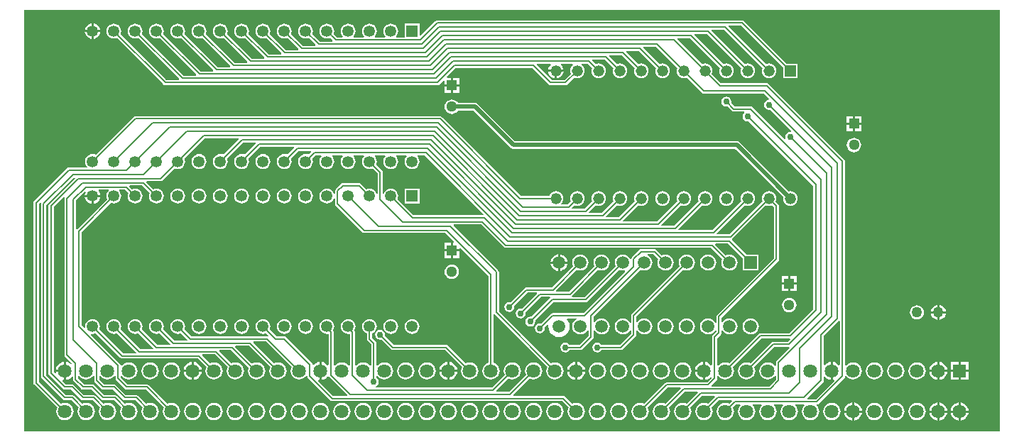
<source format=gbl>
G04*
G04 #@! TF.GenerationSoftware,Altium Limited,Altium Designer,20.2.6 (244)*
G04*
G04 Layer_Physical_Order=2*
G04 Layer_Color=16711680*
%FSAX24Y24*%
%MOIN*%
G70*
G04*
G04 #@! TF.SameCoordinates,F670C94F-DB3F-48BB-9EAE-642EF2030223*
G04*
G04*
G04 #@! TF.FilePolarity,Positive*
G04*
G01*
G75*
%ADD15C,0.0080*%
%ADD27C,0.0200*%
%ADD28R,0.0591X0.0591*%
%ADD29C,0.0591*%
%ADD30R,0.0531X0.0531*%
%ADD31C,0.0531*%
%ADD32R,0.0512X0.0512*%
%ADD33C,0.0512*%
%ADD34C,0.0500*%
%ADD35C,0.0520*%
%ADD36R,0.0520X0.0520*%
%ADD37R,0.0645X0.0645*%
%ADD38C,0.0645*%
%ADD39C,0.0300*%
G36*
X281537Y126017D02*
X235741Y126017D01*
X235741Y145813D01*
X281537Y145813D01*
X281537Y126017D01*
D02*
G37*
%LPC*%
G36*
X238989Y145190D02*
Y144877D01*
X239301D01*
X239295Y144923D01*
X239259Y145012D01*
X239200Y145088D01*
X239124Y145147D01*
X239035Y145184D01*
X238989Y145190D01*
D02*
G37*
G36*
X238889Y145190D02*
X238844Y145184D01*
X238755Y145147D01*
X238678Y145088D01*
X238620Y145012D01*
X238583Y144923D01*
X238577Y144877D01*
X238889D01*
Y145190D01*
D02*
G37*
G36*
X269439Y145337D02*
X255111D01*
X255064Y145328D01*
X255024Y145301D01*
X254331Y144608D01*
X254285Y144627D01*
Y145173D01*
X253593D01*
Y144537D01*
X253203D01*
X253191Y144587D01*
X253241Y144653D01*
X253276Y144737D01*
X253288Y144827D01*
X253276Y144918D01*
X253241Y145002D01*
X253186Y145074D01*
X253113Y145129D01*
X253029Y145164D01*
X252939Y145176D01*
X252849Y145164D01*
X252765Y145129D01*
X252692Y145074D01*
X252637Y145002D01*
X252602Y144918D01*
X252590Y144827D01*
X252602Y144737D01*
X252637Y144653D01*
X252688Y144587D01*
X252676Y144537D01*
X252203D01*
X252191Y144587D01*
X252241Y144653D01*
X252276Y144737D01*
X252288Y144827D01*
X252276Y144918D01*
X252241Y145002D01*
X252186Y145074D01*
X252113Y145129D01*
X252029Y145164D01*
X251939Y145176D01*
X251849Y145164D01*
X251765Y145129D01*
X251692Y145074D01*
X251637Y145002D01*
X251602Y144918D01*
X251590Y144827D01*
X251602Y144737D01*
X251637Y144653D01*
X251688Y144587D01*
X251676Y144537D01*
X251203D01*
X251191Y144587D01*
X251241Y144653D01*
X251276Y144737D01*
X251288Y144827D01*
X251276Y144918D01*
X251241Y145002D01*
X251186Y145074D01*
X251113Y145129D01*
X251029Y145164D01*
X250939Y145176D01*
X250849Y145164D01*
X250765Y145129D01*
X250692Y145074D01*
X250637Y145002D01*
X250602Y144918D01*
X250590Y144827D01*
X250602Y144737D01*
X250637Y144653D01*
X250688Y144587D01*
X250676Y144537D01*
X250402D01*
X250254Y144685D01*
X250276Y144737D01*
X250288Y144827D01*
X250276Y144918D01*
X250241Y145002D01*
X250186Y145074D01*
X250113Y145129D01*
X250029Y145164D01*
X249939Y145176D01*
X249849Y145164D01*
X249765Y145129D01*
X249692Y145074D01*
X249637Y145002D01*
X249602Y144918D01*
X249590Y144827D01*
X249602Y144737D01*
X249637Y144653D01*
X249692Y144581D01*
X249765Y144525D01*
X249849Y144491D01*
X249939Y144479D01*
X250029Y144491D01*
X250081Y144512D01*
X250210Y144383D01*
X250191Y144337D01*
X249602D01*
X249254Y144685D01*
X249276Y144737D01*
X249288Y144827D01*
X249276Y144918D01*
X249241Y145002D01*
X249186Y145074D01*
X249113Y145129D01*
X249029Y145164D01*
X248939Y145176D01*
X248849Y145164D01*
X248765Y145129D01*
X248692Y145074D01*
X248637Y145002D01*
X248602Y144918D01*
X248590Y144827D01*
X248602Y144737D01*
X248637Y144653D01*
X248692Y144581D01*
X248765Y144525D01*
X248849Y144491D01*
X248939Y144479D01*
X249029Y144491D01*
X249081Y144512D01*
X249410Y144184D01*
X249391Y144137D01*
X248802D01*
X248254Y144685D01*
X248276Y144737D01*
X248288Y144827D01*
X248276Y144918D01*
X248241Y145002D01*
X248186Y145074D01*
X248113Y145129D01*
X248029Y145164D01*
X247939Y145176D01*
X247849Y145164D01*
X247765Y145129D01*
X247692Y145074D01*
X247637Y145002D01*
X247602Y144918D01*
X247590Y144827D01*
X247602Y144737D01*
X247637Y144653D01*
X247692Y144581D01*
X247765Y144525D01*
X247849Y144491D01*
X247939Y144479D01*
X248029Y144491D01*
X248081Y144512D01*
X248610Y143983D01*
X248591Y143937D01*
X248002D01*
X247254Y144685D01*
X247276Y144737D01*
X247288Y144827D01*
X247276Y144918D01*
X247241Y145002D01*
X247186Y145074D01*
X247113Y145129D01*
X247029Y145164D01*
X246939Y145176D01*
X246849Y145164D01*
X246765Y145129D01*
X246692Y145074D01*
X246637Y145002D01*
X246602Y144918D01*
X246590Y144827D01*
X246602Y144737D01*
X246637Y144653D01*
X246692Y144581D01*
X246765Y144525D01*
X246849Y144491D01*
X246939Y144479D01*
X247029Y144491D01*
X247081Y144512D01*
X247810Y143784D01*
X247791Y143737D01*
X247202D01*
X246254Y144685D01*
X246276Y144737D01*
X246288Y144827D01*
X246276Y144918D01*
X246241Y145002D01*
X246186Y145074D01*
X246113Y145129D01*
X246029Y145164D01*
X245939Y145176D01*
X245849Y145164D01*
X245765Y145129D01*
X245692Y145074D01*
X245637Y145002D01*
X245602Y144918D01*
X245590Y144827D01*
X245602Y144737D01*
X245637Y144653D01*
X245692Y144581D01*
X245765Y144525D01*
X245849Y144491D01*
X245939Y144479D01*
X246029Y144491D01*
X246081Y144512D01*
X247010Y143583D01*
X246991Y143537D01*
X246402D01*
X245254Y144685D01*
X245276Y144737D01*
X245288Y144827D01*
X245276Y144918D01*
X245241Y145002D01*
X245186Y145074D01*
X245113Y145129D01*
X245029Y145164D01*
X244939Y145176D01*
X244849Y145164D01*
X244765Y145129D01*
X244692Y145074D01*
X244637Y145002D01*
X244602Y144918D01*
X244590Y144827D01*
X244602Y144737D01*
X244637Y144653D01*
X244692Y144581D01*
X244765Y144525D01*
X244849Y144491D01*
X244939Y144479D01*
X245029Y144491D01*
X245081Y144512D01*
X246210Y143384D01*
X246191Y143337D01*
X245602D01*
X244254Y144685D01*
X244276Y144737D01*
X244288Y144827D01*
X244276Y144918D01*
X244241Y145002D01*
X244186Y145074D01*
X244113Y145129D01*
X244029Y145164D01*
X243939Y145176D01*
X243849Y145164D01*
X243765Y145129D01*
X243692Y145074D01*
X243637Y145002D01*
X243602Y144918D01*
X243590Y144827D01*
X243602Y144737D01*
X243637Y144653D01*
X243692Y144581D01*
X243765Y144525D01*
X243849Y144491D01*
X243939Y144479D01*
X244029Y144491D01*
X244081Y144512D01*
X245410Y143183D01*
X245391Y143137D01*
X244802D01*
X243254Y144685D01*
X243276Y144737D01*
X243288Y144827D01*
X243276Y144918D01*
X243241Y145002D01*
X243186Y145074D01*
X243113Y145129D01*
X243029Y145164D01*
X242939Y145176D01*
X242849Y145164D01*
X242765Y145129D01*
X242692Y145074D01*
X242637Y145002D01*
X242602Y144918D01*
X242590Y144827D01*
X242602Y144737D01*
X242637Y144653D01*
X242692Y144581D01*
X242765Y144525D01*
X242849Y144491D01*
X242939Y144479D01*
X243029Y144491D01*
X243081Y144512D01*
X244610Y142984D01*
X244591Y142937D01*
X244002D01*
X242254Y144685D01*
X242276Y144737D01*
X242288Y144827D01*
X242276Y144918D01*
X242241Y145002D01*
X242186Y145074D01*
X242113Y145129D01*
X242029Y145164D01*
X241939Y145176D01*
X241849Y145164D01*
X241765Y145129D01*
X241692Y145074D01*
X241637Y145002D01*
X241602Y144918D01*
X241590Y144827D01*
X241602Y144737D01*
X241637Y144653D01*
X241692Y144581D01*
X241765Y144525D01*
X241849Y144491D01*
X241939Y144479D01*
X242029Y144491D01*
X242081Y144512D01*
X243810Y142783D01*
X243791Y142737D01*
X243202D01*
X241254Y144685D01*
X241276Y144737D01*
X241288Y144827D01*
X241276Y144918D01*
X241241Y145002D01*
X241186Y145074D01*
X241113Y145129D01*
X241029Y145164D01*
X240939Y145176D01*
X240849Y145164D01*
X240765Y145129D01*
X240692Y145074D01*
X240637Y145002D01*
X240602Y144918D01*
X240590Y144827D01*
X240602Y144737D01*
X240637Y144653D01*
X240692Y144581D01*
X240765Y144525D01*
X240849Y144491D01*
X240939Y144479D01*
X241029Y144491D01*
X241081Y144512D01*
X243010Y142584D01*
X242991Y142537D01*
X242402D01*
X240254Y144685D01*
X240276Y144737D01*
X240288Y144827D01*
X240276Y144918D01*
X240241Y145002D01*
X240186Y145074D01*
X240113Y145129D01*
X240029Y145164D01*
X239939Y145176D01*
X239849Y145164D01*
X239765Y145129D01*
X239692Y145074D01*
X239637Y145002D01*
X239602Y144918D01*
X239590Y144827D01*
X239602Y144737D01*
X239637Y144653D01*
X239692Y144581D01*
X239765Y144525D01*
X239849Y144491D01*
X239939Y144479D01*
X240029Y144491D01*
X240081Y144512D01*
X242265Y142328D01*
X242305Y142302D01*
X242352Y142293D01*
X255139D01*
X255186Y142302D01*
X255226Y142328D01*
X255402Y142505D01*
X255448Y142486D01*
Y142326D01*
X255754D01*
Y142632D01*
X255594D01*
X255575Y142678D01*
X255990Y143093D01*
X259588D01*
X260353Y142328D01*
X260392Y142302D01*
X260439Y142293D01*
X261139D01*
X261186Y142302D01*
X261226Y142328D01*
X261551Y142654D01*
X261600Y142634D01*
X261689Y142622D01*
X261778Y142634D01*
X261861Y142668D01*
X261932Y142722D01*
X261986Y142793D01*
X262020Y142876D01*
X262032Y142965D01*
X262020Y143054D01*
X261986Y143136D01*
X261932Y143207D01*
X261886Y143243D01*
X261903Y143293D01*
X262188D01*
X262378Y143103D01*
X262358Y143054D01*
X262346Y142965D01*
X262358Y142876D01*
X262392Y142793D01*
X262447Y142722D01*
X262518Y142668D01*
X262600Y142634D01*
X262689Y142622D01*
X262778Y142634D01*
X262861Y142668D01*
X262932Y142722D01*
X262986Y142793D01*
X263020Y142876D01*
X263032Y142965D01*
X263020Y143054D01*
X262986Y143136D01*
X262932Y143207D01*
X262861Y143262D01*
X262778Y143296D01*
X262689Y143308D01*
X262600Y143296D01*
X262551Y143276D01*
X262381Y143446D01*
X262400Y143493D01*
X262988D01*
X263378Y143103D01*
X263358Y143054D01*
X263346Y142965D01*
X263358Y142876D01*
X263392Y142793D01*
X263447Y142722D01*
X263518Y142668D01*
X263600Y142634D01*
X263689Y142622D01*
X263778Y142634D01*
X263861Y142668D01*
X263932Y142722D01*
X263986Y142793D01*
X264020Y142876D01*
X264032Y142965D01*
X264020Y143054D01*
X263986Y143136D01*
X263932Y143207D01*
X263861Y143262D01*
X263778Y143296D01*
X263689Y143308D01*
X263600Y143296D01*
X263551Y143276D01*
X263181Y143646D01*
X263200Y143693D01*
X263788D01*
X264378Y143103D01*
X264358Y143054D01*
X264346Y142965D01*
X264358Y142876D01*
X264392Y142793D01*
X264447Y142722D01*
X264518Y142668D01*
X264600Y142634D01*
X264689Y142622D01*
X264778Y142634D01*
X264861Y142668D01*
X264932Y142722D01*
X264986Y142793D01*
X265020Y142876D01*
X265032Y142965D01*
X265020Y143054D01*
X264986Y143136D01*
X264932Y143207D01*
X264861Y143262D01*
X264778Y143296D01*
X264689Y143308D01*
X264600Y143296D01*
X264551Y143276D01*
X263981Y143846D01*
X264000Y143893D01*
X264588D01*
X265378Y143103D01*
X265358Y143054D01*
X265346Y142965D01*
X265358Y142876D01*
X265392Y142793D01*
X265447Y142722D01*
X265518Y142668D01*
X265600Y142634D01*
X265689Y142622D01*
X265778Y142634D01*
X265861Y142668D01*
X265932Y142722D01*
X265986Y142793D01*
X266020Y142876D01*
X266032Y142965D01*
X266020Y143054D01*
X265986Y143136D01*
X265932Y143207D01*
X265861Y143262D01*
X265778Y143296D01*
X265689Y143308D01*
X265600Y143296D01*
X265551Y143276D01*
X264781Y144046D01*
X264800Y144093D01*
X265388D01*
X266378Y143103D01*
X266358Y143054D01*
X266346Y142965D01*
X266358Y142876D01*
X266392Y142793D01*
X266447Y142722D01*
X266518Y142668D01*
X266600Y142634D01*
X266689Y142622D01*
X266778Y142634D01*
X266827Y142654D01*
X267553Y141928D01*
X267592Y141902D01*
X267639Y141893D01*
X270435D01*
X270679Y141648D01*
X270663Y141594D01*
X270599Y141582D01*
X270523Y141531D01*
X270472Y141455D01*
X270455Y141365D01*
X270472Y141275D01*
X270523Y141199D01*
X270599Y141148D01*
X270689Y141130D01*
X270740Y141141D01*
X271741Y140140D01*
X271716Y140094D01*
X271689Y140099D01*
X271599Y140082D01*
X271523Y140031D01*
X271472Y139955D01*
X271455Y139865D01*
X271472Y139775D01*
X271433Y139744D01*
X269926Y141251D01*
X269886Y141278D01*
X269839Y141287D01*
X269090D01*
X268913Y141464D01*
X268924Y141515D01*
X268906Y141605D01*
X268855Y141681D01*
X268779Y141732D01*
X268689Y141749D01*
X268599Y141732D01*
X268523Y141681D01*
X268472Y141605D01*
X268455Y141515D01*
X268472Y141425D01*
X268523Y141349D01*
X268599Y141298D01*
X268689Y141280D01*
X268740Y141291D01*
X268953Y141078D01*
X268992Y141052D01*
X269039Y141043D01*
X269526D01*
X269541Y140993D01*
X269523Y140981D01*
X269472Y140905D01*
X269455Y140815D01*
X269472Y140725D01*
X269523Y140649D01*
X269599Y140598D01*
X269689Y140580D01*
X269740Y140591D01*
X272767Y137564D01*
Y131766D01*
X271638Y130637D01*
X270289D01*
X270242Y130628D01*
X270203Y130601D01*
X268825Y129224D01*
X268744Y129257D01*
X268639Y129271D01*
X268534Y129257D01*
X268436Y129217D01*
X268352Y129152D01*
X268311Y129099D01*
X268261Y129116D01*
Y130404D01*
X268426Y130568D01*
X268452Y130608D01*
X268461Y130655D01*
Y130742D01*
X268482Y130752D01*
X268511Y130756D01*
X268566Y130685D01*
X268644Y130625D01*
X268735Y130587D01*
X268833Y130574D01*
X268931Y130587D01*
X269023Y130625D01*
X269101Y130685D01*
X269161Y130763D01*
X269199Y130855D01*
X269212Y130952D01*
X269199Y131050D01*
X269161Y131142D01*
X269101Y131220D01*
X269023Y131280D01*
X268931Y131318D01*
X268833Y131331D01*
X268735Y131318D01*
X268644Y131280D01*
X268566Y131220D01*
X268511Y131149D01*
X268482Y131153D01*
X268461Y131163D01*
Y131364D01*
X271126Y134028D01*
X271152Y134068D01*
X271161Y134115D01*
Y136615D01*
X271152Y136662D01*
X271126Y136701D01*
X271000Y136827D01*
X271020Y136876D01*
X271032Y136965D01*
X271020Y137054D01*
X270986Y137136D01*
X270932Y137207D01*
X270861Y137262D01*
X270778Y137296D01*
X270689Y137308D01*
X270600Y137296D01*
X270518Y137262D01*
X270447Y137207D01*
X270392Y137136D01*
X270358Y137054D01*
X270346Y136965D01*
X270358Y136876D01*
X270378Y136827D01*
X268838Y135287D01*
X268250D01*
X268231Y135333D01*
X269551Y136654D01*
X269600Y136634D01*
X269689Y136622D01*
X269778Y136634D01*
X269861Y136668D01*
X269932Y136722D01*
X269986Y136793D01*
X270020Y136876D01*
X270032Y136965D01*
X270020Y137054D01*
X269986Y137136D01*
X269932Y137207D01*
X269861Y137262D01*
X269778Y137296D01*
X269689Y137308D01*
X269600Y137296D01*
X269518Y137262D01*
X269447Y137207D01*
X269392Y137136D01*
X269358Y137054D01*
X269346Y136965D01*
X269358Y136876D01*
X269378Y136827D01*
X268038Y135487D01*
X266450D01*
X266431Y135534D01*
X267551Y136654D01*
X267600Y136634D01*
X267689Y136622D01*
X267778Y136634D01*
X267861Y136668D01*
X267932Y136722D01*
X267986Y136793D01*
X268020Y136876D01*
X268032Y136965D01*
X268020Y137054D01*
X267986Y137136D01*
X267932Y137207D01*
X267861Y137262D01*
X267778Y137296D01*
X267689Y137308D01*
X267600Y137296D01*
X267518Y137262D01*
X267447Y137207D01*
X267392Y137136D01*
X267358Y137054D01*
X267346Y136965D01*
X267358Y136876D01*
X267378Y136827D01*
X266238Y135687D01*
X265650D01*
X265631Y135733D01*
X266551Y136654D01*
X266600Y136634D01*
X266689Y136622D01*
X266778Y136634D01*
X266861Y136668D01*
X266932Y136722D01*
X266986Y136793D01*
X267020Y136876D01*
X267032Y136965D01*
X267020Y137054D01*
X266986Y137136D01*
X266932Y137207D01*
X266861Y137262D01*
X266778Y137296D01*
X266689Y137308D01*
X266600Y137296D01*
X266518Y137262D01*
X266447Y137207D01*
X266392Y137136D01*
X266358Y137054D01*
X266346Y136965D01*
X266358Y136876D01*
X266378Y136827D01*
X265438Y135887D01*
X263850D01*
X263831Y135934D01*
X264551Y136654D01*
X264600Y136634D01*
X264689Y136622D01*
X264778Y136634D01*
X264861Y136668D01*
X264932Y136722D01*
X264986Y136793D01*
X265020Y136876D01*
X265032Y136965D01*
X265020Y137054D01*
X264986Y137136D01*
X264932Y137207D01*
X264861Y137262D01*
X264778Y137296D01*
X264689Y137308D01*
X264600Y137296D01*
X264518Y137262D01*
X264447Y137207D01*
X264392Y137136D01*
X264358Y137054D01*
X264346Y136965D01*
X264358Y136876D01*
X264378Y136827D01*
X263638Y136087D01*
X263050D01*
X263031Y136133D01*
X263551Y136654D01*
X263600Y136634D01*
X263689Y136622D01*
X263778Y136634D01*
X263861Y136668D01*
X263932Y136722D01*
X263986Y136793D01*
X264020Y136876D01*
X264032Y136965D01*
X264020Y137054D01*
X263986Y137136D01*
X263932Y137207D01*
X263861Y137262D01*
X263778Y137296D01*
X263689Y137308D01*
X263600Y137296D01*
X263518Y137262D01*
X263447Y137207D01*
X263392Y137136D01*
X263358Y137054D01*
X263346Y136965D01*
X263358Y136876D01*
X263378Y136827D01*
X262838Y136287D01*
X262250D01*
X262231Y136334D01*
X262551Y136654D01*
X262600Y136634D01*
X262689Y136622D01*
X262778Y136634D01*
X262861Y136668D01*
X262932Y136722D01*
X262986Y136793D01*
X263020Y136876D01*
X263032Y136965D01*
X263020Y137054D01*
X262986Y137136D01*
X262932Y137207D01*
X262861Y137262D01*
X262778Y137296D01*
X262689Y137308D01*
X262600Y137296D01*
X262518Y137262D01*
X262447Y137207D01*
X262392Y137136D01*
X262358Y137054D01*
X262346Y136965D01*
X262358Y136876D01*
X262378Y136827D01*
X262038Y136487D01*
X261450D01*
X261431Y136533D01*
X261551Y136654D01*
X261600Y136634D01*
X261689Y136622D01*
X261778Y136634D01*
X261861Y136668D01*
X261932Y136722D01*
X261986Y136793D01*
X262020Y136876D01*
X262032Y136965D01*
X262020Y137054D01*
X261986Y137136D01*
X261932Y137207D01*
X261861Y137262D01*
X261778Y137296D01*
X261689Y137308D01*
X261600Y137296D01*
X261518Y137262D01*
X261447Y137207D01*
X261392Y137136D01*
X261358Y137054D01*
X261346Y136965D01*
X261358Y136876D01*
X261378Y136827D01*
X261238Y136687D01*
X260963D01*
X260943Y136737D01*
X260986Y136793D01*
X261020Y136876D01*
X261032Y136965D01*
X261020Y137054D01*
X260986Y137136D01*
X260932Y137207D01*
X260861Y137262D01*
X260778Y137296D01*
X260689Y137308D01*
X260600Y137296D01*
X260518Y137262D01*
X260447Y137207D01*
X260392Y137136D01*
X260372Y137087D01*
X259052D01*
X255338Y140801D01*
X255299Y140828D01*
X255252Y140837D01*
X240952D01*
X240905Y140828D01*
X240865Y140801D01*
X239081Y139018D01*
X239029Y139039D01*
X238939Y139051D01*
X238849Y139039D01*
X238765Y139004D01*
X238692Y138949D01*
X238637Y138877D01*
X238602Y138793D01*
X238590Y138702D01*
X238602Y138612D01*
X238637Y138528D01*
X238684Y138467D01*
X238667Y138417D01*
X237819D01*
X237772Y138408D01*
X237733Y138381D01*
X236203Y136851D01*
X236176Y136812D01*
X236167Y136765D01*
Y128305D01*
X236176Y128258D01*
X236203Y128218D01*
X237280Y127141D01*
X237247Y127060D01*
X237233Y126955D01*
X237247Y126850D01*
X237287Y126752D01*
X237352Y126668D01*
X237436Y126603D01*
X237534Y126563D01*
X237639Y126549D01*
X237744Y126563D01*
X237842Y126603D01*
X237926Y126668D01*
X237991Y126752D01*
X238031Y126850D01*
X238045Y126955D01*
X238031Y127060D01*
X237991Y127158D01*
X237926Y127242D01*
X237842Y127307D01*
X237744Y127347D01*
X237639Y127361D01*
X237534Y127347D01*
X237453Y127314D01*
X236411Y128356D01*
Y136714D01*
X236468Y136771D01*
X236523Y136760D01*
X236525Y136757D01*
X236517Y136715D01*
Y128615D01*
X236526Y128568D01*
X236553Y128528D01*
X237553Y127528D01*
X237592Y127502D01*
X237639Y127493D01*
X237928D01*
X238280Y127141D01*
X238247Y127060D01*
X238233Y126955D01*
X238247Y126850D01*
X238287Y126752D01*
X238352Y126668D01*
X238436Y126603D01*
X238534Y126563D01*
X238639Y126549D01*
X238744Y126563D01*
X238842Y126603D01*
X238926Y126668D01*
X238991Y126752D01*
X239031Y126850D01*
X239045Y126955D01*
X239031Y127060D01*
X238991Y127158D01*
X238926Y127242D01*
X238842Y127307D01*
X238744Y127347D01*
X238639Y127361D01*
X238534Y127347D01*
X238453Y127314D01*
X238066Y127701D01*
X238026Y127728D01*
X237979Y127737D01*
X237690D01*
X236761Y128666D01*
Y136664D01*
X238062Y137965D01*
X238092Y137961D01*
X238111Y137910D01*
X236903Y136701D01*
X236876Y136662D01*
X236867Y136615D01*
Y128765D01*
X236876Y128718D01*
X236903Y128678D01*
X237553Y128028D01*
X237592Y128002D01*
X237639Y127993D01*
X237938D01*
X238403Y127528D01*
X238442Y127502D01*
X238489Y127493D01*
X238928D01*
X239280Y127141D01*
X239247Y127060D01*
X239233Y126955D01*
X239247Y126850D01*
X239287Y126752D01*
X239352Y126668D01*
X239436Y126603D01*
X239534Y126563D01*
X239639Y126549D01*
X239744Y126563D01*
X239842Y126603D01*
X239926Y126668D01*
X239991Y126752D01*
X240031Y126850D01*
X240045Y126955D01*
X240031Y127060D01*
X239991Y127158D01*
X239926Y127242D01*
X239842Y127307D01*
X239744Y127347D01*
X239639Y127361D01*
X239534Y127347D01*
X239453Y127314D01*
X239066Y127701D01*
X239026Y127728D01*
X238979Y127737D01*
X238540D01*
X238076Y128201D01*
X238036Y128228D01*
X237989Y128237D01*
X237690D01*
X237523Y128404D01*
X237547Y128451D01*
X237589Y128445D01*
Y128815D01*
X237219D01*
X237225Y128773D01*
X237178Y128749D01*
X237111Y128816D01*
Y136564D01*
X237568Y137021D01*
X237623Y137010D01*
X237625Y137007D01*
X237617Y136965D01*
Y129615D01*
X237626Y129568D01*
X237653Y129528D01*
X237989Y129192D01*
X237987Y129187D01*
X237964Y129177D01*
X237933Y129172D01*
X237852Y129234D01*
X237749Y129277D01*
X237689Y129285D01*
Y128865D01*
Y128445D01*
X237749Y128453D01*
X237852Y128496D01*
X237940Y128564D01*
X237967Y128598D01*
X238017Y128581D01*
Y128465D01*
X238026Y128418D01*
X238053Y128378D01*
X238403Y128028D01*
X238442Y128002D01*
X238489Y127993D01*
X238888D01*
X239353Y127528D01*
X239392Y127502D01*
X239439Y127493D01*
X239928D01*
X240280Y127141D01*
X240247Y127060D01*
X240233Y126955D01*
X240247Y126850D01*
X240287Y126752D01*
X240352Y126668D01*
X240436Y126603D01*
X240534Y126563D01*
X240639Y126549D01*
X240744Y126563D01*
X240842Y126603D01*
X240926Y126668D01*
X240991Y126752D01*
X241031Y126850D01*
X241045Y126955D01*
X241031Y127060D01*
X240991Y127158D01*
X240926Y127242D01*
X240842Y127307D01*
X240744Y127347D01*
X240639Y127361D01*
X240534Y127347D01*
X240453Y127314D01*
X240066Y127701D01*
X240026Y127728D01*
X239979Y127737D01*
X239490D01*
X239026Y128201D01*
X238986Y128228D01*
X238939Y128237D01*
X238540D01*
X238261Y128516D01*
Y128614D01*
X238311Y128631D01*
X238352Y128578D01*
X238436Y128513D01*
X238534Y128473D01*
X238639Y128459D01*
X238744Y128473D01*
X238842Y128513D01*
X238926Y128578D01*
X238967Y128631D01*
X239017Y128614D01*
Y128415D01*
X239026Y128368D01*
X239053Y128328D01*
X239353Y128028D01*
X239392Y128002D01*
X239439Y127993D01*
X239901D01*
X240365Y127528D01*
X240405Y127502D01*
X240452Y127493D01*
X240928D01*
X241280Y127141D01*
X241247Y127060D01*
X241233Y126955D01*
X241247Y126850D01*
X241287Y126752D01*
X241352Y126668D01*
X241436Y126603D01*
X241534Y126563D01*
X241639Y126549D01*
X241744Y126563D01*
X241842Y126603D01*
X241926Y126668D01*
X241991Y126752D01*
X242031Y126850D01*
X242045Y126955D01*
X242031Y127060D01*
X241991Y127158D01*
X241926Y127242D01*
X241842Y127307D01*
X241744Y127347D01*
X241639Y127361D01*
X241534Y127347D01*
X241453Y127314D01*
X241066Y127701D01*
X241026Y127728D01*
X240979Y127737D01*
X240502D01*
X240038Y128201D01*
X239998Y128228D01*
X239952Y128237D01*
X239490D01*
X239261Y128466D01*
Y128614D01*
X239311Y128631D01*
X239352Y128578D01*
X239436Y128513D01*
X239534Y128473D01*
X239639Y128459D01*
X239744Y128473D01*
X239842Y128513D01*
X239926Y128578D01*
X239967Y128631D01*
X240017Y128614D01*
Y128512D01*
X240026Y128465D01*
X240053Y128425D01*
X240449Y128028D01*
X240489Y128002D01*
X240536Y127993D01*
X241428D01*
X242280Y127141D01*
X242247Y127060D01*
X242233Y126955D01*
X242247Y126850D01*
X242287Y126752D01*
X242352Y126668D01*
X242436Y126603D01*
X242534Y126563D01*
X242639Y126549D01*
X242744Y126563D01*
X242842Y126603D01*
X242926Y126668D01*
X242991Y126752D01*
X243031Y126850D01*
X243045Y126955D01*
X243031Y127060D01*
X242991Y127158D01*
X242926Y127242D01*
X242842Y127307D01*
X242744Y127347D01*
X242639Y127361D01*
X242534Y127347D01*
X242453Y127314D01*
X241566Y128201D01*
X241526Y128228D01*
X241479Y128237D01*
X240587D01*
X240261Y128562D01*
Y128614D01*
X240311Y128631D01*
X240352Y128578D01*
X240436Y128513D01*
X240534Y128473D01*
X240639Y128459D01*
X240744Y128473D01*
X240842Y128513D01*
X240926Y128578D01*
X240991Y128662D01*
X241031Y128760D01*
X241045Y128865D01*
X241031Y128970D01*
X240991Y129068D01*
X240926Y129152D01*
X240842Y129217D01*
X240744Y129257D01*
X240639Y129271D01*
X240534Y129257D01*
X240436Y129217D01*
X240352Y129152D01*
X240311Y129099D01*
X240264Y129114D01*
X240261Y129116D01*
X240252Y129162D01*
X240226Y129201D01*
X238864Y130563D01*
X238887Y130611D01*
X238939Y130604D01*
X239029Y130616D01*
X239081Y130637D01*
X240240Y129478D01*
X240280Y129452D01*
X240327Y129443D01*
X243888D01*
X244280Y129051D01*
X244247Y128970D01*
X244233Y128865D01*
X244247Y128760D01*
X244287Y128662D01*
X244352Y128578D01*
X244436Y128513D01*
X244534Y128473D01*
X244639Y128459D01*
X244744Y128473D01*
X244842Y128513D01*
X244926Y128578D01*
X244991Y128662D01*
X245031Y128760D01*
X245045Y128865D01*
X245031Y128970D01*
X244991Y129068D01*
X244926Y129152D01*
X244842Y129217D01*
X244744Y129257D01*
X244639Y129271D01*
X244534Y129257D01*
X244453Y129224D01*
X244081Y129596D01*
X244100Y129643D01*
X244688D01*
X245280Y129051D01*
X245247Y128970D01*
X245233Y128865D01*
X245247Y128760D01*
X245287Y128662D01*
X245352Y128578D01*
X245436Y128513D01*
X245534Y128473D01*
X245639Y128459D01*
X245744Y128473D01*
X245842Y128513D01*
X245926Y128578D01*
X245991Y128662D01*
X246031Y128760D01*
X246045Y128865D01*
X246031Y128970D01*
X245991Y129068D01*
X245926Y129152D01*
X245842Y129217D01*
X245744Y129257D01*
X245639Y129271D01*
X245534Y129257D01*
X245453Y129224D01*
X244881Y129796D01*
X244900Y129843D01*
X245438D01*
X246266Y129015D01*
X246247Y128970D01*
X246233Y128865D01*
X246247Y128760D01*
X246287Y128662D01*
X246352Y128578D01*
X246436Y128513D01*
X246534Y128473D01*
X246639Y128459D01*
X246744Y128473D01*
X246842Y128513D01*
X246926Y128578D01*
X246991Y128662D01*
X247031Y128760D01*
X247045Y128865D01*
X247031Y128970D01*
X246991Y129068D01*
X246926Y129152D01*
X246842Y129217D01*
X246744Y129257D01*
X246639Y129271D01*
X246534Y129257D01*
X246436Y129217D01*
X246422Y129205D01*
X245631Y129996D01*
X245650Y130043D01*
X246288D01*
X247280Y129051D01*
X247247Y128970D01*
X247233Y128865D01*
X247247Y128760D01*
X247287Y128662D01*
X247352Y128578D01*
X247436Y128513D01*
X247534Y128473D01*
X247639Y128459D01*
X247744Y128473D01*
X247842Y128513D01*
X247926Y128578D01*
X247991Y128662D01*
X248031Y128760D01*
X248045Y128865D01*
X248031Y128970D01*
X247991Y129068D01*
X247926Y129152D01*
X247842Y129217D01*
X247744Y129257D01*
X247639Y129271D01*
X247534Y129257D01*
X247453Y129224D01*
X246481Y130196D01*
X246500Y130243D01*
X247088D01*
X248280Y129051D01*
X248247Y128970D01*
X248233Y128865D01*
X248247Y128760D01*
X248287Y128662D01*
X248352Y128578D01*
X248436Y128513D01*
X248534Y128473D01*
X248639Y128459D01*
X248744Y128473D01*
X248842Y128513D01*
X248926Y128578D01*
X248967Y128631D01*
X249014Y128616D01*
X249017Y128614D01*
X249026Y128568D01*
X249053Y128528D01*
X250103Y127478D01*
X250142Y127452D01*
X250189Y127443D01*
X260978D01*
X261280Y127141D01*
X261247Y127060D01*
X261233Y126955D01*
X261247Y126850D01*
X261287Y126752D01*
X261352Y126668D01*
X261436Y126603D01*
X261534Y126563D01*
X261639Y126549D01*
X261744Y126563D01*
X261842Y126603D01*
X261926Y126668D01*
X261991Y126752D01*
X262031Y126850D01*
X262045Y126955D01*
X262031Y127060D01*
X261991Y127158D01*
X261926Y127242D01*
X261842Y127307D01*
X261744Y127347D01*
X261639Y127361D01*
X261534Y127347D01*
X261453Y127314D01*
X261116Y127651D01*
X261076Y127678D01*
X261029Y127687D01*
X258700D01*
X258681Y127733D01*
X259453Y128506D01*
X259534Y128473D01*
X259639Y128459D01*
X259744Y128473D01*
X259842Y128513D01*
X259926Y128578D01*
X259991Y128662D01*
X260031Y128760D01*
X260045Y128865D01*
X260031Y128970D01*
X259991Y129068D01*
X259926Y129152D01*
X259842Y129217D01*
X259744Y129257D01*
X259639Y129271D01*
X259534Y129257D01*
X259436Y129217D01*
X259352Y129152D01*
X259287Y129068D01*
X259247Y128970D01*
X259233Y128865D01*
X259247Y128760D01*
X259280Y128679D01*
X258488Y127887D01*
X257900D01*
X257881Y127934D01*
X258453Y128506D01*
X258534Y128473D01*
X258639Y128459D01*
X258744Y128473D01*
X258842Y128513D01*
X258926Y128578D01*
X258991Y128662D01*
X259031Y128760D01*
X259045Y128865D01*
X259031Y128970D01*
X258991Y129068D01*
X258926Y129152D01*
X258842Y129217D01*
X258744Y129257D01*
X258639Y129271D01*
X258534Y129257D01*
X258436Y129217D01*
X258352Y129152D01*
X258287Y129068D01*
X258247Y128970D01*
X258233Y128865D01*
X258247Y128760D01*
X258280Y128679D01*
X257688Y128087D01*
X252246D01*
X252245Y128092D01*
X252238Y128137D01*
X252305Y128182D01*
X252356Y128258D01*
X252374Y128348D01*
X252356Y128438D01*
X252305Y128514D01*
X252261Y128543D01*
Y128614D01*
X252311Y128631D01*
X252352Y128578D01*
X252436Y128513D01*
X252534Y128473D01*
X252639Y128459D01*
X252744Y128473D01*
X252842Y128513D01*
X252926Y128578D01*
X252991Y128662D01*
X253031Y128760D01*
X253045Y128865D01*
X253031Y128970D01*
X252991Y129068D01*
X252926Y129152D01*
X252842Y129217D01*
X252744Y129257D01*
X252639Y129271D01*
X252534Y129257D01*
X252436Y129217D01*
X252352Y129152D01*
X252311Y129099D01*
X252261Y129116D01*
Y130165D01*
X252252Y130212D01*
X252226Y130251D01*
X252061Y130416D01*
Y130629D01*
X252113Y130650D01*
X252186Y130706D01*
X252241Y130778D01*
X252276Y130862D01*
X252288Y130952D01*
X252276Y131043D01*
X252241Y131127D01*
X252186Y131199D01*
X252113Y131254D01*
X252029Y131289D01*
X251939Y131301D01*
X251849Y131289D01*
X251765Y131254D01*
X251692Y131199D01*
X251637Y131127D01*
X251602Y131043D01*
X251590Y130952D01*
X251602Y130862D01*
X251637Y130778D01*
X251692Y130706D01*
X251765Y130650D01*
X251817Y130629D01*
Y130365D01*
X251826Y130318D01*
X251853Y130278D01*
X252017Y130114D01*
Y129116D01*
X251967Y129099D01*
X251926Y129152D01*
X251842Y129217D01*
X251744Y129257D01*
X251639Y129271D01*
X251534Y129257D01*
X251436Y129217D01*
X251352Y129152D01*
X251311Y129099D01*
X251261Y129116D01*
Y130680D01*
X251252Y130727D01*
X251229Y130762D01*
X251241Y130778D01*
X251276Y130862D01*
X251288Y130952D01*
X251276Y131043D01*
X251241Y131127D01*
X251186Y131199D01*
X251113Y131254D01*
X251029Y131289D01*
X250939Y131301D01*
X250849Y131289D01*
X250765Y131254D01*
X250692Y131199D01*
X250637Y131127D01*
X250602Y131043D01*
X250590Y130952D01*
X250602Y130862D01*
X250637Y130778D01*
X250692Y130706D01*
X250765Y130650D01*
X250849Y130616D01*
X250939Y130604D01*
X250979Y130609D01*
X251017Y130576D01*
Y129116D01*
X250967Y129099D01*
X250926Y129152D01*
X250842Y129217D01*
X250744Y129257D01*
X250639Y129271D01*
X250534Y129257D01*
X250436Y129217D01*
X250352Y129152D01*
X250311Y129099D01*
X250261Y129116D01*
Y130680D01*
X250252Y130727D01*
X250229Y130762D01*
X250241Y130778D01*
X250276Y130862D01*
X250288Y130952D01*
X250276Y131043D01*
X250241Y131127D01*
X250186Y131199D01*
X250113Y131254D01*
X250029Y131289D01*
X249939Y131301D01*
X249849Y131289D01*
X249765Y131254D01*
X249692Y131199D01*
X249637Y131127D01*
X249602Y131043D01*
X249590Y130952D01*
X249602Y130862D01*
X249637Y130778D01*
X249692Y130706D01*
X249765Y130650D01*
X249849Y130616D01*
X249939Y130604D01*
X249979Y130609D01*
X250017Y130576D01*
Y129149D01*
X249967Y129132D01*
X249940Y129166D01*
X249852Y129234D01*
X249749Y129277D01*
X249689Y129285D01*
Y128865D01*
Y128445D01*
X249749Y128453D01*
X249852Y128496D01*
X249940Y128564D01*
X249977Y128611D01*
X249990Y128613D01*
X250035Y128605D01*
X250053Y128578D01*
X250897Y127733D01*
X250878Y127687D01*
X250240D01*
X249523Y128404D01*
X249547Y128451D01*
X249589Y128445D01*
Y128865D01*
Y129285D01*
X249529Y129277D01*
X249426Y129234D01*
X249338Y129166D01*
X249311Y129132D01*
X249261Y129149D01*
Y129165D01*
X249252Y129212D01*
X249226Y129251D01*
X248026Y130451D01*
X247986Y130478D01*
X247939Y130487D01*
X247577D01*
X247254Y130810D01*
X247276Y130862D01*
X247288Y130952D01*
X247276Y131043D01*
X247241Y131127D01*
X247186Y131199D01*
X247113Y131254D01*
X247029Y131289D01*
X246939Y131301D01*
X246849Y131289D01*
X246765Y131254D01*
X246692Y131199D01*
X246637Y131127D01*
X246602Y131043D01*
X246590Y130952D01*
X246602Y130862D01*
X246637Y130778D01*
X246692Y130706D01*
X246765Y130650D01*
X246849Y130616D01*
X246939Y130604D01*
X247029Y130616D01*
X247081Y130637D01*
X247190Y130528D01*
X247166Y130482D01*
X247139Y130487D01*
X243577D01*
X243254Y130810D01*
X243276Y130862D01*
X243288Y130952D01*
X243276Y131043D01*
X243241Y131127D01*
X243186Y131199D01*
X243113Y131254D01*
X243029Y131289D01*
X242939Y131301D01*
X242849Y131289D01*
X242765Y131254D01*
X242692Y131199D01*
X242637Y131127D01*
X242602Y131043D01*
X242590Y130952D01*
X242602Y130862D01*
X242637Y130778D01*
X242692Y130706D01*
X242765Y130650D01*
X242849Y130616D01*
X242939Y130604D01*
X243029Y130616D01*
X243081Y130637D01*
X243385Y130333D01*
X243366Y130287D01*
X242777D01*
X242254Y130810D01*
X242276Y130862D01*
X242288Y130952D01*
X242276Y131043D01*
X242241Y131127D01*
X242186Y131199D01*
X242113Y131254D01*
X242029Y131289D01*
X241939Y131301D01*
X241849Y131289D01*
X241765Y131254D01*
X241692Y131199D01*
X241637Y131127D01*
X241602Y131043D01*
X241590Y130952D01*
X241602Y130862D01*
X241637Y130778D01*
X241692Y130706D01*
X241765Y130650D01*
X241849Y130616D01*
X241939Y130604D01*
X242029Y130616D01*
X242081Y130637D01*
X242585Y130133D01*
X242566Y130087D01*
X241977D01*
X241254Y130810D01*
X241276Y130862D01*
X241288Y130952D01*
X241276Y131043D01*
X241241Y131127D01*
X241186Y131199D01*
X241113Y131254D01*
X241029Y131289D01*
X240939Y131301D01*
X240849Y131289D01*
X240765Y131254D01*
X240692Y131199D01*
X240637Y131127D01*
X240602Y131043D01*
X240590Y130952D01*
X240602Y130862D01*
X240637Y130778D01*
X240692Y130706D01*
X240765Y130650D01*
X240849Y130616D01*
X240939Y130604D01*
X241029Y130616D01*
X241081Y130637D01*
X241785Y129934D01*
X241766Y129887D01*
X241177D01*
X240254Y130810D01*
X240276Y130862D01*
X240288Y130952D01*
X240276Y131043D01*
X240241Y131127D01*
X240186Y131199D01*
X240113Y131254D01*
X240029Y131289D01*
X239939Y131301D01*
X239849Y131289D01*
X239765Y131254D01*
X239692Y131199D01*
X239637Y131127D01*
X239602Y131043D01*
X239590Y130952D01*
X239602Y130862D01*
X239637Y130778D01*
X239692Y130706D01*
X239765Y130650D01*
X239849Y130616D01*
X239939Y130604D01*
X240029Y130616D01*
X240081Y130637D01*
X240985Y129733D01*
X240966Y129687D01*
X240377D01*
X239254Y130810D01*
X239276Y130862D01*
X239288Y130952D01*
X239276Y131043D01*
X239241Y131127D01*
X239186Y131199D01*
X239113Y131254D01*
X239029Y131289D01*
X238939Y131301D01*
X238849Y131289D01*
X238765Y131254D01*
X238692Y131199D01*
X238637Y131127D01*
X238602Y131043D01*
X238590Y130952D01*
X238597Y130901D01*
X238550Y130877D01*
X238411Y131016D01*
Y135377D01*
X239797Y136762D01*
X239849Y136741D01*
X239939Y136729D01*
X240029Y136741D01*
X240113Y136775D01*
X240186Y136831D01*
X240241Y136903D01*
X240276Y136987D01*
X240288Y137077D01*
X240276Y137168D01*
X240241Y137252D01*
X240187Y137323D01*
X240189Y137341D01*
X240200Y137373D01*
X240471D01*
X240624Y137220D01*
X240602Y137168D01*
X240590Y137077D01*
X240602Y136987D01*
X240637Y136903D01*
X240692Y136831D01*
X240765Y136775D01*
X240849Y136741D01*
X240939Y136729D01*
X241029Y136741D01*
X241113Y136775D01*
X241186Y136831D01*
X241241Y136903D01*
X241276Y136987D01*
X241288Y137077D01*
X241276Y137168D01*
X241241Y137252D01*
X241186Y137324D01*
X241113Y137379D01*
X241029Y137414D01*
X240939Y137426D01*
X240849Y137414D01*
X240797Y137393D01*
X240663Y137526D01*
X240682Y137573D01*
X241271D01*
X241624Y137220D01*
X241602Y137168D01*
X241590Y137077D01*
X241602Y136987D01*
X241637Y136903D01*
X241692Y136831D01*
X241765Y136775D01*
X241849Y136741D01*
X241939Y136729D01*
X242029Y136741D01*
X242113Y136775D01*
X242186Y136831D01*
X242241Y136903D01*
X242276Y136987D01*
X242288Y137077D01*
X242276Y137168D01*
X242241Y137252D01*
X242186Y137324D01*
X242113Y137379D01*
X242029Y137414D01*
X241939Y137426D01*
X241849Y137414D01*
X241797Y137393D01*
X241463Y137726D01*
X241482Y137773D01*
X242132D01*
X242178Y137782D01*
X242218Y137808D01*
X242797Y138387D01*
X242849Y138366D01*
X242939Y138354D01*
X243029Y138366D01*
X243113Y138400D01*
X243186Y138456D01*
X243241Y138528D01*
X243276Y138612D01*
X243288Y138702D01*
X243276Y138793D01*
X243254Y138845D01*
X244202Y139793D01*
X245791D01*
X245810Y139746D01*
X245081Y139018D01*
X245029Y139039D01*
X244939Y139051D01*
X244849Y139039D01*
X244765Y139004D01*
X244692Y138949D01*
X244637Y138877D01*
X244602Y138793D01*
X244590Y138702D01*
X244602Y138612D01*
X244637Y138528D01*
X244692Y138456D01*
X244765Y138400D01*
X244849Y138366D01*
X244939Y138354D01*
X245029Y138366D01*
X245113Y138400D01*
X245186Y138456D01*
X245241Y138528D01*
X245276Y138612D01*
X245288Y138702D01*
X245276Y138793D01*
X245254Y138845D01*
X246002Y139593D01*
X246591D01*
X246610Y139546D01*
X246081Y139018D01*
X246029Y139039D01*
X245939Y139051D01*
X245849Y139039D01*
X245765Y139004D01*
X245692Y138949D01*
X245637Y138877D01*
X245602Y138793D01*
X245590Y138702D01*
X245602Y138612D01*
X245637Y138528D01*
X245692Y138456D01*
X245765Y138400D01*
X245849Y138366D01*
X245939Y138354D01*
X246029Y138366D01*
X246113Y138400D01*
X246186Y138456D01*
X246241Y138528D01*
X246276Y138612D01*
X246288Y138702D01*
X246276Y138793D01*
X246254Y138845D01*
X246802Y139393D01*
X248391D01*
X248410Y139346D01*
X248081Y139018D01*
X248029Y139039D01*
X247939Y139051D01*
X247849Y139039D01*
X247765Y139004D01*
X247692Y138949D01*
X247637Y138877D01*
X247602Y138793D01*
X247590Y138702D01*
X247602Y138612D01*
X247637Y138528D01*
X247692Y138456D01*
X247765Y138400D01*
X247849Y138366D01*
X247939Y138354D01*
X248029Y138366D01*
X248113Y138400D01*
X248186Y138456D01*
X248241Y138528D01*
X248276Y138612D01*
X248288Y138702D01*
X248276Y138793D01*
X248254Y138845D01*
X248602Y139193D01*
X249191D01*
X249210Y139146D01*
X249081Y139018D01*
X249029Y139039D01*
X248939Y139051D01*
X248849Y139039D01*
X248765Y139004D01*
X248692Y138949D01*
X248637Y138877D01*
X248602Y138793D01*
X248590Y138702D01*
X248602Y138612D01*
X248637Y138528D01*
X248692Y138456D01*
X248765Y138400D01*
X248849Y138366D01*
X248939Y138354D01*
X249029Y138366D01*
X249113Y138400D01*
X249186Y138456D01*
X249241Y138528D01*
X249276Y138612D01*
X249288Y138702D01*
X249276Y138793D01*
X249254Y138845D01*
X249402Y138993D01*
X249676D01*
X249688Y138943D01*
X249637Y138877D01*
X249602Y138793D01*
X249590Y138702D01*
X249602Y138612D01*
X249637Y138528D01*
X249692Y138456D01*
X249765Y138400D01*
X249849Y138366D01*
X249939Y138354D01*
X250029Y138366D01*
X250113Y138400D01*
X250186Y138456D01*
X250241Y138528D01*
X250276Y138612D01*
X250288Y138702D01*
X250276Y138793D01*
X250241Y138877D01*
X250191Y138943D01*
X250203Y138993D01*
X250676D01*
X250688Y138943D01*
X250637Y138877D01*
X250602Y138793D01*
X250590Y138702D01*
X250602Y138612D01*
X250637Y138528D01*
X250692Y138456D01*
X250765Y138400D01*
X250849Y138366D01*
X250939Y138354D01*
X251029Y138366D01*
X251113Y138400D01*
X251186Y138456D01*
X251241Y138528D01*
X251276Y138612D01*
X251288Y138702D01*
X251276Y138793D01*
X251241Y138877D01*
X251191Y138943D01*
X251203Y138993D01*
X251676D01*
X251688Y138943D01*
X251637Y138877D01*
X251602Y138793D01*
X251590Y138702D01*
X251602Y138612D01*
X251637Y138528D01*
X251692Y138456D01*
X251765Y138400D01*
X251849Y138366D01*
X251939Y138354D01*
X252029Y138366D01*
X252081Y138387D01*
X252317Y138152D01*
Y137200D01*
X252267Y137190D01*
X252241Y137252D01*
X252186Y137324D01*
X252113Y137379D01*
X252029Y137414D01*
X251939Y137426D01*
X251849Y137414D01*
X251797Y137393D01*
X251538Y137651D01*
X251498Y137678D01*
X251452Y137687D01*
X250689D01*
X250642Y137678D01*
X250603Y137651D01*
X250353Y137401D01*
X250326Y137362D01*
X250317Y137315D01*
Y137200D01*
X250267Y137190D01*
X250241Y137252D01*
X250186Y137324D01*
X250113Y137379D01*
X250029Y137414D01*
X249939Y137426D01*
X249849Y137414D01*
X249765Y137379D01*
X249692Y137324D01*
X249637Y137252D01*
X249602Y137168D01*
X249590Y137077D01*
X249602Y136987D01*
X249637Y136903D01*
X249692Y136831D01*
X249765Y136775D01*
X249849Y136741D01*
X249939Y136729D01*
X250029Y136741D01*
X250113Y136775D01*
X250186Y136831D01*
X250241Y136903D01*
X250267Y136965D01*
X250317Y136955D01*
Y136715D01*
X250326Y136668D01*
X250353Y136628D01*
X251603Y135378D01*
X251642Y135352D01*
X251689Y135343D01*
X255496D01*
X255910Y134928D01*
X255891Y134882D01*
X255854D01*
Y134576D01*
X256160D01*
Y134613D01*
X256206Y134632D01*
X257517Y133322D01*
Y129250D01*
X257436Y129217D01*
X257352Y129152D01*
X257287Y129068D01*
X257247Y128970D01*
X257233Y128865D01*
X257247Y128760D01*
X257287Y128662D01*
X257352Y128578D01*
X257436Y128513D01*
X257534Y128473D01*
X257639Y128459D01*
X257744Y128473D01*
X257842Y128513D01*
X257926Y128578D01*
X257991Y128662D01*
X258031Y128760D01*
X258045Y128865D01*
X258031Y128970D01*
X257991Y129068D01*
X257926Y129152D01*
X257842Y129217D01*
X257761Y129250D01*
Y131500D01*
X257777Y131511D01*
X257811Y131520D01*
X260280Y129051D01*
X260247Y128970D01*
X260233Y128865D01*
X260247Y128760D01*
X260287Y128662D01*
X260352Y128578D01*
X260436Y128513D01*
X260534Y128473D01*
X260639Y128459D01*
X260744Y128473D01*
X260842Y128513D01*
X260926Y128578D01*
X260991Y128662D01*
X261031Y128760D01*
X261045Y128865D01*
X261031Y128970D01*
X260991Y129068D01*
X260926Y129152D01*
X260842Y129217D01*
X260744Y129257D01*
X260639Y129271D01*
X260534Y129257D01*
X260453Y129224D01*
X258011Y131666D01*
Y133515D01*
X258002Y133562D01*
X257976Y133601D01*
X255881Y135696D01*
X255900Y135743D01*
X257188D01*
X258253Y134678D01*
X258292Y134652D01*
X258339Y134643D01*
X267970D01*
X268495Y134117D01*
X268468Y134050D01*
X268455Y133952D01*
X268468Y133855D01*
X268506Y133763D01*
X268566Y133685D01*
X268644Y133625D01*
X268735Y133587D01*
X268833Y133574D01*
X268931Y133587D01*
X269023Y133625D01*
X269101Y133685D01*
X269161Y133763D01*
X269199Y133855D01*
X269212Y133952D01*
X269199Y134050D01*
X269161Y134142D01*
X269101Y134220D01*
X269023Y134280D01*
X268931Y134318D01*
X268833Y134331D01*
X268735Y134318D01*
X268668Y134290D01*
X268162Y134796D01*
X268182Y134843D01*
X268770D01*
X269458Y134155D01*
Y133577D01*
X270209D01*
Y134328D01*
X269631D01*
X268951Y135008D01*
X268961Y135069D01*
X268976Y135078D01*
X270551Y136654D01*
X270600Y136634D01*
X270689Y136622D01*
X270778Y136634D01*
X270827Y136654D01*
X270917Y136564D01*
Y134166D01*
X268253Y131501D01*
X268226Y131462D01*
X268217Y131415D01*
Y131138D01*
X268167Y131128D01*
X268161Y131142D01*
X268101Y131220D01*
X268023Y131280D01*
X267931Y131318D01*
X267833Y131331D01*
X267735Y131318D01*
X267644Y131280D01*
X267566Y131220D01*
X267506Y131142D01*
X267468Y131050D01*
X267455Y130952D01*
X267468Y130855D01*
X267506Y130763D01*
X267566Y130685D01*
X267644Y130625D01*
X267735Y130587D01*
X267833Y130574D01*
X267931Y130587D01*
X268023Y130625D01*
X268101Y130685D01*
X268161Y130763D01*
X268167Y130777D01*
X268217Y130767D01*
Y130706D01*
X268053Y130541D01*
X268026Y130502D01*
X268017Y130455D01*
Y129149D01*
X267967Y129132D01*
X267940Y129166D01*
X267852Y129234D01*
X267749Y129277D01*
X267689Y129285D01*
Y128865D01*
Y128445D01*
X267749Y128453D01*
X267852Y128496D01*
X267933Y128558D01*
X267964Y128553D01*
X267988Y128543D01*
X267989Y128538D01*
X267788Y128337D01*
X265899D01*
X265852Y128328D01*
X265813Y128301D01*
X264825Y127314D01*
X264744Y127347D01*
X264639Y127361D01*
X264534Y127347D01*
X264436Y127307D01*
X264352Y127242D01*
X264287Y127158D01*
X264247Y127060D01*
X264233Y126955D01*
X264247Y126850D01*
X264287Y126752D01*
X264352Y126668D01*
X264436Y126603D01*
X264534Y126563D01*
X264639Y126549D01*
X264744Y126563D01*
X264842Y126603D01*
X264926Y126668D01*
X264991Y126752D01*
X265031Y126850D01*
X265045Y126955D01*
X265031Y127060D01*
X264998Y127141D01*
X265950Y128093D01*
X266538D01*
X266557Y128046D01*
X265825Y127314D01*
X265744Y127347D01*
X265639Y127361D01*
X265534Y127347D01*
X265436Y127307D01*
X265352Y127242D01*
X265287Y127158D01*
X265247Y127060D01*
X265233Y126955D01*
X265247Y126850D01*
X265287Y126752D01*
X265352Y126668D01*
X265436Y126603D01*
X265534Y126563D01*
X265639Y126549D01*
X265744Y126563D01*
X265842Y126603D01*
X265926Y126668D01*
X265991Y126752D01*
X266031Y126850D01*
X266045Y126955D01*
X266031Y127060D01*
X265998Y127141D01*
X266750Y127893D01*
X267338D01*
X267357Y127846D01*
X266825Y127314D01*
X266744Y127347D01*
X266639Y127361D01*
X266534Y127347D01*
X266436Y127307D01*
X266352Y127242D01*
X266287Y127158D01*
X266247Y127060D01*
X266233Y126955D01*
X266247Y126850D01*
X266287Y126752D01*
X266352Y126668D01*
X266436Y126603D01*
X266534Y126563D01*
X266639Y126549D01*
X266744Y126563D01*
X266842Y126603D01*
X266926Y126668D01*
X266991Y126752D01*
X267031Y126850D01*
X267045Y126955D01*
X267031Y127060D01*
X266998Y127141D01*
X267550Y127693D01*
X268138D01*
X268157Y127646D01*
X267825Y127314D01*
X267744Y127347D01*
X267639Y127361D01*
X267534Y127347D01*
X267436Y127307D01*
X267352Y127242D01*
X267287Y127158D01*
X267247Y127060D01*
X267233Y126955D01*
X267247Y126850D01*
X267287Y126752D01*
X267352Y126668D01*
X267436Y126603D01*
X267534Y126563D01*
X267639Y126549D01*
X267744Y126563D01*
X267842Y126603D01*
X267926Y126668D01*
X267991Y126752D01*
X268031Y126850D01*
X268045Y126955D01*
X268031Y127060D01*
X267998Y127141D01*
X268350Y127493D01*
X268938D01*
X268957Y127446D01*
X268825Y127314D01*
X268744Y127347D01*
X268639Y127361D01*
X268534Y127347D01*
X268436Y127307D01*
X268352Y127242D01*
X268287Y127158D01*
X268247Y127060D01*
X268233Y126955D01*
X268247Y126850D01*
X268287Y126752D01*
X268352Y126668D01*
X268436Y126603D01*
X268534Y126563D01*
X268639Y126549D01*
X268744Y126563D01*
X268842Y126603D01*
X268926Y126668D01*
X268991Y126752D01*
X269031Y126850D01*
X269045Y126955D01*
X269031Y127060D01*
X268998Y127141D01*
X269150Y127293D01*
X269340D01*
X269356Y127245D01*
X269352Y127242D01*
X269287Y127158D01*
X269247Y127060D01*
X269233Y126955D01*
X269247Y126850D01*
X269287Y126752D01*
X269352Y126668D01*
X269436Y126603D01*
X269534Y126563D01*
X269639Y126549D01*
X269744Y126563D01*
X269842Y126603D01*
X269926Y126668D01*
X269991Y126752D01*
X270031Y126850D01*
X270045Y126955D01*
X270031Y127060D01*
X269991Y127158D01*
X269926Y127242D01*
X269922Y127245D01*
X269938Y127293D01*
X270340D01*
X270356Y127245D01*
X270352Y127242D01*
X270287Y127158D01*
X270247Y127060D01*
X270233Y126955D01*
X270247Y126850D01*
X270287Y126752D01*
X270352Y126668D01*
X270436Y126603D01*
X270534Y126563D01*
X270639Y126549D01*
X270744Y126563D01*
X270842Y126603D01*
X270926Y126668D01*
X270991Y126752D01*
X271031Y126850D01*
X271045Y126955D01*
X271031Y127060D01*
X270991Y127158D01*
X270926Y127242D01*
X270922Y127245D01*
X270938Y127293D01*
X271340D01*
X271356Y127245D01*
X271352Y127242D01*
X271287Y127158D01*
X271247Y127060D01*
X271233Y126955D01*
X271247Y126850D01*
X271287Y126752D01*
X271352Y126668D01*
X271436Y126603D01*
X271534Y126563D01*
X271639Y126549D01*
X271744Y126563D01*
X271842Y126603D01*
X271926Y126668D01*
X271991Y126752D01*
X272031Y126850D01*
X272045Y126955D01*
X272031Y127060D01*
X271991Y127158D01*
X271926Y127242D01*
X271922Y127245D01*
X271938Y127293D01*
X272340D01*
X272356Y127245D01*
X272352Y127242D01*
X272287Y127158D01*
X272247Y127060D01*
X272233Y126955D01*
X272247Y126850D01*
X272287Y126752D01*
X272352Y126668D01*
X272436Y126603D01*
X272534Y126563D01*
X272639Y126549D01*
X272744Y126563D01*
X272842Y126603D01*
X272926Y126668D01*
X272991Y126752D01*
X273031Y126850D01*
X273045Y126955D01*
X273031Y127060D01*
X272991Y127158D01*
X272926Y127242D01*
X272922Y127245D01*
X272934Y127280D01*
X272942Y127293D01*
X272986Y127302D01*
X273026Y127328D01*
X274226Y128528D01*
X274252Y128568D01*
X274261Y128614D01*
X274264Y128616D01*
X274311Y128631D01*
X274352Y128578D01*
X274436Y128513D01*
X274534Y128473D01*
X274639Y128459D01*
X274744Y128473D01*
X274842Y128513D01*
X274926Y128578D01*
X274991Y128662D01*
X275031Y128760D01*
X275045Y128865D01*
X275031Y128970D01*
X274991Y129068D01*
X274926Y129152D01*
X274842Y129217D01*
X274744Y129257D01*
X274639Y129271D01*
X274534Y129257D01*
X274436Y129217D01*
X274352Y129152D01*
X274311Y129099D01*
X274261Y129116D01*
Y138715D01*
X274252Y138762D01*
X274226Y138801D01*
X270676Y142351D01*
X270636Y142378D01*
X270589Y142387D01*
X268440D01*
X268000Y142827D01*
X268020Y142876D01*
X268032Y142965D01*
X268020Y143054D01*
X267986Y143136D01*
X267932Y143207D01*
X267861Y143262D01*
X267778Y143296D01*
X267689Y143308D01*
X267600Y143296D01*
X267551Y143276D01*
X266381Y144446D01*
X266400Y144493D01*
X266988D01*
X268378Y143103D01*
X268358Y143054D01*
X268346Y142965D01*
X268358Y142876D01*
X268392Y142793D01*
X268447Y142722D01*
X268518Y142668D01*
X268600Y142634D01*
X268689Y142622D01*
X268778Y142634D01*
X268861Y142668D01*
X268932Y142722D01*
X268986Y142793D01*
X269020Y142876D01*
X269032Y142965D01*
X269020Y143054D01*
X268986Y143136D01*
X268932Y143207D01*
X268861Y143262D01*
X268778Y143296D01*
X268689Y143308D01*
X268600Y143296D01*
X268551Y143276D01*
X267181Y144646D01*
X267200Y144693D01*
X267788D01*
X269378Y143103D01*
X269358Y143054D01*
X269346Y142965D01*
X269358Y142876D01*
X269392Y142793D01*
X269447Y142722D01*
X269518Y142668D01*
X269600Y142634D01*
X269689Y142622D01*
X269778Y142634D01*
X269861Y142668D01*
X269932Y142722D01*
X269986Y142793D01*
X270020Y142876D01*
X270032Y142965D01*
X270020Y143054D01*
X269986Y143136D01*
X269932Y143207D01*
X269861Y143262D01*
X269778Y143296D01*
X269689Y143308D01*
X269600Y143296D01*
X269551Y143276D01*
X267981Y144846D01*
X268000Y144893D01*
X268588D01*
X270378Y143103D01*
X270358Y143054D01*
X270346Y142965D01*
X270358Y142876D01*
X270392Y142793D01*
X270447Y142722D01*
X270518Y142668D01*
X270600Y142634D01*
X270689Y142622D01*
X270778Y142634D01*
X270861Y142668D01*
X270932Y142722D01*
X270986Y142793D01*
X271020Y142876D01*
X271032Y142965D01*
X271020Y143054D01*
X270986Y143136D01*
X270932Y143207D01*
X270861Y143262D01*
X270778Y143296D01*
X270689Y143308D01*
X270600Y143296D01*
X270551Y143276D01*
X268781Y145046D01*
X268800Y145093D01*
X269388D01*
X271349Y143132D01*
Y142625D01*
X272029D01*
Y143305D01*
X271522D01*
X269526Y145301D01*
X269486Y145328D01*
X269439Y145337D01*
D02*
G37*
G36*
X238889Y144777D02*
X238577D01*
X238583Y144732D01*
X238620Y144643D01*
X238678Y144567D01*
X238755Y144508D01*
X238844Y144471D01*
X238889Y144465D01*
Y144777D01*
D02*
G37*
G36*
X239301D02*
X238989D01*
Y144465D01*
X239035Y144471D01*
X239124Y144508D01*
X239200Y144567D01*
X239259Y144643D01*
X239295Y144732D01*
X239301Y144777D01*
D02*
G37*
G36*
X256160Y142632D02*
X255854D01*
Y142326D01*
X256160D01*
Y142632D01*
D02*
G37*
G36*
Y142226D02*
X255854D01*
Y141920D01*
X256160D01*
Y142226D01*
D02*
G37*
G36*
X255754D02*
X255448D01*
Y141920D01*
X255754D01*
Y142226D01*
D02*
G37*
G36*
X275036Y140832D02*
X274730D01*
Y140526D01*
X275036D01*
Y140832D01*
D02*
G37*
G36*
X274630D02*
X274324D01*
Y140526D01*
X274630D01*
Y140832D01*
D02*
G37*
G36*
X275036Y140426D02*
X274730D01*
Y140120D01*
X275036D01*
Y140426D01*
D02*
G37*
G36*
X274630D02*
X274324D01*
Y140120D01*
X274630D01*
Y140426D01*
D02*
G37*
G36*
X274680Y139815D02*
X274592Y139803D01*
X274510Y139769D01*
X274440Y139715D01*
X274386Y139645D01*
X274353Y139564D01*
X274341Y139476D01*
X274353Y139388D01*
X274386Y139306D01*
X274440Y139236D01*
X274510Y139182D01*
X274592Y139149D01*
X274680Y139137D01*
X274767Y139149D01*
X274849Y139182D01*
X274919Y139236D01*
X274973Y139306D01*
X275007Y139388D01*
X275019Y139476D01*
X275007Y139564D01*
X274973Y139645D01*
X274919Y139715D01*
X274849Y139769D01*
X274767Y139803D01*
X274680Y139815D01*
D02*
G37*
G36*
X246939Y139051D02*
X246849Y139039D01*
X246765Y139004D01*
X246692Y138949D01*
X246637Y138877D01*
X246602Y138793D01*
X246590Y138702D01*
X246602Y138612D01*
X246637Y138528D01*
X246692Y138456D01*
X246765Y138400D01*
X246849Y138366D01*
X246939Y138354D01*
X247029Y138366D01*
X247113Y138400D01*
X247186Y138456D01*
X247241Y138528D01*
X247276Y138612D01*
X247288Y138702D01*
X247276Y138793D01*
X247241Y138877D01*
X247186Y138949D01*
X247113Y139004D01*
X247029Y139039D01*
X246939Y139051D01*
D02*
G37*
G36*
X243939D02*
X243849Y139039D01*
X243765Y139004D01*
X243692Y138949D01*
X243637Y138877D01*
X243602Y138793D01*
X243590Y138702D01*
X243602Y138612D01*
X243637Y138528D01*
X243692Y138456D01*
X243765Y138400D01*
X243849Y138366D01*
X243939Y138354D01*
X244029Y138366D01*
X244113Y138400D01*
X244186Y138456D01*
X244241Y138528D01*
X244276Y138612D01*
X244288Y138702D01*
X244276Y138793D01*
X244241Y138877D01*
X244186Y138949D01*
X244113Y139004D01*
X244029Y139039D01*
X243939Y139051D01*
D02*
G37*
G36*
X248939Y137426D02*
X248849Y137414D01*
X248765Y137379D01*
X248692Y137324D01*
X248637Y137252D01*
X248602Y137168D01*
X248590Y137077D01*
X248602Y136987D01*
X248637Y136903D01*
X248692Y136831D01*
X248765Y136775D01*
X248849Y136741D01*
X248939Y136729D01*
X249029Y136741D01*
X249113Y136775D01*
X249186Y136831D01*
X249241Y136903D01*
X249276Y136987D01*
X249288Y137077D01*
X249276Y137168D01*
X249241Y137252D01*
X249186Y137324D01*
X249113Y137379D01*
X249029Y137414D01*
X248939Y137426D01*
D02*
G37*
G36*
X247939D02*
X247849Y137414D01*
X247765Y137379D01*
X247692Y137324D01*
X247637Y137252D01*
X247602Y137168D01*
X247590Y137077D01*
X247602Y136987D01*
X247637Y136903D01*
X247692Y136831D01*
X247765Y136775D01*
X247849Y136741D01*
X247939Y136729D01*
X248029Y136741D01*
X248113Y136775D01*
X248186Y136831D01*
X248241Y136903D01*
X248276Y136987D01*
X248288Y137077D01*
X248276Y137168D01*
X248241Y137252D01*
X248186Y137324D01*
X248113Y137379D01*
X248029Y137414D01*
X247939Y137426D01*
D02*
G37*
G36*
X246939D02*
X246849Y137414D01*
X246765Y137379D01*
X246692Y137324D01*
X246637Y137252D01*
X246602Y137168D01*
X246590Y137077D01*
X246602Y136987D01*
X246637Y136903D01*
X246692Y136831D01*
X246765Y136775D01*
X246849Y136741D01*
X246939Y136729D01*
X247029Y136741D01*
X247113Y136775D01*
X247186Y136831D01*
X247241Y136903D01*
X247276Y136987D01*
X247288Y137077D01*
X247276Y137168D01*
X247241Y137252D01*
X247186Y137324D01*
X247113Y137379D01*
X247029Y137414D01*
X246939Y137426D01*
D02*
G37*
G36*
X245939D02*
X245849Y137414D01*
X245765Y137379D01*
X245692Y137324D01*
X245637Y137252D01*
X245602Y137168D01*
X245590Y137077D01*
X245602Y136987D01*
X245637Y136903D01*
X245692Y136831D01*
X245765Y136775D01*
X245849Y136741D01*
X245939Y136729D01*
X246029Y136741D01*
X246113Y136775D01*
X246186Y136831D01*
X246241Y136903D01*
X246276Y136987D01*
X246288Y137077D01*
X246276Y137168D01*
X246241Y137252D01*
X246186Y137324D01*
X246113Y137379D01*
X246029Y137414D01*
X245939Y137426D01*
D02*
G37*
G36*
X244939D02*
X244849Y137414D01*
X244765Y137379D01*
X244692Y137324D01*
X244637Y137252D01*
X244602Y137168D01*
X244590Y137077D01*
X244602Y136987D01*
X244637Y136903D01*
X244692Y136831D01*
X244765Y136775D01*
X244849Y136741D01*
X244939Y136729D01*
X245029Y136741D01*
X245113Y136775D01*
X245186Y136831D01*
X245241Y136903D01*
X245276Y136987D01*
X245288Y137077D01*
X245276Y137168D01*
X245241Y137252D01*
X245186Y137324D01*
X245113Y137379D01*
X245029Y137414D01*
X244939Y137426D01*
D02*
G37*
G36*
X243939D02*
X243849Y137414D01*
X243765Y137379D01*
X243692Y137324D01*
X243637Y137252D01*
X243602Y137168D01*
X243590Y137077D01*
X243602Y136987D01*
X243637Y136903D01*
X243692Y136831D01*
X243765Y136775D01*
X243849Y136741D01*
X243939Y136729D01*
X244029Y136741D01*
X244113Y136775D01*
X244186Y136831D01*
X244241Y136903D01*
X244276Y136987D01*
X244288Y137077D01*
X244276Y137168D01*
X244241Y137252D01*
X244186Y137324D01*
X244113Y137379D01*
X244029Y137414D01*
X243939Y137426D01*
D02*
G37*
G36*
X242939D02*
X242849Y137414D01*
X242765Y137379D01*
X242692Y137324D01*
X242637Y137252D01*
X242602Y137168D01*
X242590Y137077D01*
X242602Y136987D01*
X242637Y136903D01*
X242692Y136831D01*
X242765Y136775D01*
X242849Y136741D01*
X242939Y136729D01*
X243029Y136741D01*
X243113Y136775D01*
X243186Y136831D01*
X243241Y136903D01*
X243276Y136987D01*
X243288Y137077D01*
X243276Y137168D01*
X243241Y137252D01*
X243186Y137324D01*
X243113Y137379D01*
X243029Y137414D01*
X242939Y137426D01*
D02*
G37*
G36*
X255804Y141615D02*
X255716Y141603D01*
X255635Y141569D01*
X255564Y141515D01*
X255511Y141445D01*
X255477Y141364D01*
X255465Y141276D01*
X255477Y141188D01*
X255511Y141106D01*
X255564Y141036D01*
X255635Y140982D01*
X255716Y140949D01*
X255804Y140937D01*
X255892Y140949D01*
X255973Y140982D01*
X256044Y141036D01*
X256087Y141092D01*
X256802D01*
X258548Y139346D01*
X258608Y139306D01*
X258678Y139292D01*
X269102D01*
X271356Y137039D01*
X271346Y136965D01*
X271358Y136876D01*
X271392Y136793D01*
X271447Y136722D01*
X271518Y136668D01*
X271600Y136634D01*
X271689Y136622D01*
X271778Y136634D01*
X271861Y136668D01*
X271932Y136722D01*
X271986Y136793D01*
X272020Y136876D01*
X272032Y136965D01*
X272020Y137054D01*
X271986Y137136D01*
X271932Y137207D01*
X271861Y137262D01*
X271778Y137296D01*
X271689Y137308D01*
X271615Y137298D01*
X269308Y139606D01*
X269248Y139645D01*
X269178Y139659D01*
X258754D01*
X257008Y141406D01*
X256948Y141445D01*
X256878Y141459D01*
X256087D01*
X256044Y141515D01*
X255973Y141569D01*
X255892Y141603D01*
X255804Y141615D01*
D02*
G37*
G36*
X268689Y137308D02*
X268600Y137296D01*
X268518Y137262D01*
X268447Y137207D01*
X268392Y137136D01*
X268358Y137054D01*
X268346Y136965D01*
X268358Y136876D01*
X268392Y136793D01*
X268447Y136722D01*
X268518Y136668D01*
X268600Y136634D01*
X268689Y136622D01*
X268778Y136634D01*
X268861Y136668D01*
X268932Y136722D01*
X268986Y136793D01*
X269020Y136876D01*
X269032Y136965D01*
X269020Y137054D01*
X268986Y137136D01*
X268932Y137207D01*
X268861Y137262D01*
X268778Y137296D01*
X268689Y137308D01*
D02*
G37*
G36*
X265689D02*
X265600Y137296D01*
X265518Y137262D01*
X265447Y137207D01*
X265392Y137136D01*
X265358Y137054D01*
X265346Y136965D01*
X265358Y136876D01*
X265392Y136793D01*
X265447Y136722D01*
X265518Y136668D01*
X265600Y136634D01*
X265689Y136622D01*
X265778Y136634D01*
X265861Y136668D01*
X265932Y136722D01*
X265986Y136793D01*
X266020Y136876D01*
X266032Y136965D01*
X266020Y137054D01*
X265986Y137136D01*
X265932Y137207D01*
X265861Y137262D01*
X265778Y137296D01*
X265689Y137308D01*
D02*
G37*
G36*
X255754Y134882D02*
X255448D01*
Y134576D01*
X255754D01*
Y134882D01*
D02*
G37*
G36*
X256160Y134476D02*
X255854D01*
Y134170D01*
X256160D01*
Y134476D01*
D02*
G37*
G36*
X255754D02*
X255448D01*
Y134170D01*
X255754D01*
Y134476D01*
D02*
G37*
G36*
X260883Y134345D02*
Y134002D01*
X261225D01*
X261218Y134056D01*
X261179Y134152D01*
X261115Y134234D01*
X261033Y134298D01*
X260937Y134338D01*
X260883Y134345D01*
D02*
G37*
G36*
X260783Y134345D02*
X260730Y134338D01*
X260634Y134298D01*
X260551Y134234D01*
X260488Y134152D01*
X260448Y134056D01*
X260441Y134002D01*
X260783D01*
Y134345D01*
D02*
G37*
G36*
X267833Y134331D02*
X267735Y134318D01*
X267644Y134280D01*
X267566Y134220D01*
X267506Y134142D01*
X267468Y134050D01*
X267455Y133952D01*
X267468Y133855D01*
X267506Y133763D01*
X267566Y133685D01*
X267644Y133625D01*
X267735Y133587D01*
X267833Y133574D01*
X267931Y133587D01*
X268023Y133625D01*
X268101Y133685D01*
X268161Y133763D01*
X268199Y133855D01*
X268212Y133952D01*
X268199Y134050D01*
X268161Y134142D01*
X268101Y134220D01*
X268023Y134280D01*
X267931Y134318D01*
X267833Y134331D01*
D02*
G37*
G36*
X266833D02*
X266735Y134318D01*
X266644Y134280D01*
X266566Y134220D01*
X266506Y134142D01*
X266468Y134050D01*
X266455Y133952D01*
X266468Y133855D01*
X266495Y133788D01*
X264253Y131545D01*
X264226Y131505D01*
X264217Y131458D01*
Y131138D01*
X264167Y131128D01*
X264161Y131142D01*
X264101Y131220D01*
X264023Y131280D01*
X263931Y131318D01*
X263833Y131331D01*
X263735Y131318D01*
X263644Y131280D01*
X263566Y131220D01*
X263506Y131142D01*
X263468Y131050D01*
X263455Y130952D01*
X263468Y130855D01*
X263506Y130763D01*
X263566Y130685D01*
X263644Y130625D01*
X263735Y130587D01*
X263833Y130574D01*
X263931Y130587D01*
X264023Y130625D01*
X264101Y130685D01*
X264161Y130763D01*
X264167Y130777D01*
X264217Y130767D01*
Y130616D01*
X263688Y130087D01*
X262834D01*
X262805Y130131D01*
X262729Y130182D01*
X262639Y130199D01*
X262549Y130182D01*
X262473Y130131D01*
X262422Y130055D01*
X262405Y129965D01*
X262422Y129875D01*
X262473Y129799D01*
X262549Y129748D01*
X262639Y129730D01*
X262729Y129748D01*
X262805Y129799D01*
X262834Y129843D01*
X263739D01*
X263786Y129852D01*
X263826Y129878D01*
X264426Y130478D01*
X264452Y130518D01*
X264461Y130565D01*
Y130742D01*
X264482Y130752D01*
X264511Y130756D01*
X264566Y130685D01*
X264644Y130625D01*
X264735Y130587D01*
X264833Y130574D01*
X264931Y130587D01*
X265023Y130625D01*
X265101Y130685D01*
X265161Y130763D01*
X265199Y130855D01*
X265212Y130952D01*
X265199Y131050D01*
X265161Y131142D01*
X265101Y131220D01*
X265023Y131280D01*
X264931Y131318D01*
X264833Y131331D01*
X264735Y131318D01*
X264644Y131280D01*
X264566Y131220D01*
X264511Y131149D01*
X264482Y131153D01*
X264461Y131163D01*
Y131408D01*
X266668Y133615D01*
X266735Y133587D01*
X266833Y133574D01*
X266931Y133587D01*
X267023Y133625D01*
X267101Y133685D01*
X267161Y133763D01*
X267199Y133855D01*
X267212Y133952D01*
X267199Y134050D01*
X267161Y134142D01*
X267101Y134220D01*
X267023Y134280D01*
X266931Y134318D01*
X266833Y134331D01*
D02*
G37*
G36*
X265321Y134587D02*
X264689D01*
X264642Y134578D01*
X264603Y134551D01*
X264253Y134201D01*
X264226Y134162D01*
X264220Y134131D01*
X264168Y134126D01*
X264161Y134142D01*
X264101Y134220D01*
X264023Y134280D01*
X263931Y134318D01*
X263833Y134331D01*
X263735Y134318D01*
X263644Y134280D01*
X263566Y134220D01*
X263506Y134142D01*
X263468Y134050D01*
X263455Y133952D01*
X263468Y133855D01*
X263495Y133788D01*
X262045Y132337D01*
X261460D01*
X261450Y132353D01*
X261441Y132387D01*
X262668Y133615D01*
X262735Y133587D01*
X262833Y133574D01*
X262931Y133587D01*
X263023Y133625D01*
X263101Y133685D01*
X263161Y133763D01*
X263199Y133855D01*
X263212Y133952D01*
X263199Y134050D01*
X263161Y134142D01*
X263101Y134220D01*
X263023Y134280D01*
X262931Y134318D01*
X262833Y134331D01*
X262735Y134318D01*
X262644Y134280D01*
X262566Y134220D01*
X262506Y134142D01*
X262468Y134050D01*
X262455Y133952D01*
X262468Y133855D01*
X262495Y133788D01*
X261295Y132587D01*
X260707D01*
X260687Y132633D01*
X261668Y133615D01*
X261735Y133587D01*
X261833Y133574D01*
X261931Y133587D01*
X262023Y133625D01*
X262101Y133685D01*
X262161Y133763D01*
X262199Y133855D01*
X262212Y133952D01*
X262199Y134050D01*
X262161Y134142D01*
X262101Y134220D01*
X262023Y134280D01*
X261931Y134318D01*
X261833Y134331D01*
X261735Y134318D01*
X261644Y134280D01*
X261566Y134220D01*
X261506Y134142D01*
X261468Y134050D01*
X261455Y133952D01*
X261468Y133855D01*
X261495Y133788D01*
X260495Y132787D01*
X259302D01*
X259255Y132778D01*
X259215Y132751D01*
X258553Y132089D01*
X258502Y132099D01*
X258412Y132082D01*
X258336Y132031D01*
X258285Y131955D01*
X258267Y131865D01*
X258285Y131775D01*
X258336Y131699D01*
X258412Y131648D01*
X258502Y131630D01*
X258592Y131648D01*
X258668Y131699D01*
X258718Y131775D01*
X258736Y131865D01*
X258726Y131916D01*
X259352Y132543D01*
X259778D01*
X259797Y132496D01*
X259090Y131789D01*
X259039Y131799D01*
X258949Y131782D01*
X258873Y131731D01*
X258822Y131655D01*
X258805Y131565D01*
X258822Y131475D01*
X258873Y131399D01*
X258949Y131348D01*
X259039Y131330D01*
X259129Y131348D01*
X259205Y131399D01*
X259256Y131475D01*
X259274Y131565D01*
X259263Y131616D01*
X259990Y132343D01*
X260406D01*
X260416Y132327D01*
X260425Y132293D01*
X259540Y131408D01*
X259489Y131418D01*
X259399Y131401D01*
X259323Y131350D01*
X259272Y131274D01*
X259255Y131184D01*
X259272Y131094D01*
X259323Y131018D01*
X259399Y130967D01*
X259489Y130949D01*
X259579Y130967D01*
X259655Y131018D01*
X259706Y131094D01*
X259724Y131184D01*
X259713Y131235D01*
X260571Y132093D01*
X262096D01*
X262143Y132102D01*
X262182Y132128D01*
X263668Y133615D01*
X263735Y133587D01*
X263833Y133574D01*
X263915Y133585D01*
X263939Y133538D01*
X261982Y131581D01*
X260532D01*
X260485Y131571D01*
X260446Y131545D01*
X259990Y131089D01*
X259939Y131099D01*
X259849Y131082D01*
X259773Y131031D01*
X259722Y130955D01*
X259705Y130865D01*
X259722Y130775D01*
X259773Y130699D01*
X259849Y130648D01*
X259939Y130630D01*
X260029Y130648D01*
X260105Y130699D01*
X260156Y130775D01*
X260174Y130865D01*
X260163Y130916D01*
X260296Y131049D01*
X260343Y131026D01*
X260334Y130952D01*
X260351Y130823D01*
X260401Y130703D01*
X260480Y130599D01*
X260584Y130520D01*
X260704Y130470D01*
X260833Y130453D01*
X260963Y130470D01*
X261083Y130520D01*
X261187Y130599D01*
X261266Y130703D01*
X261316Y130823D01*
X261333Y130952D01*
X261316Y131082D01*
X261266Y131202D01*
X261202Y131286D01*
X261226Y131336D01*
X261648D01*
X261658Y131286D01*
X261644Y131280D01*
X261566Y131220D01*
X261506Y131142D01*
X261468Y131050D01*
X261455Y130952D01*
X261468Y130855D01*
X261506Y130763D01*
X261566Y130685D01*
X261644Y130625D01*
X261735Y130587D01*
X261833Y130574D01*
X261931Y130587D01*
X262023Y130625D01*
X262101Y130685D01*
X262161Y130763D01*
X262167Y130777D01*
X262217Y130767D01*
Y130521D01*
X261783Y130087D01*
X261334D01*
X261305Y130131D01*
X261229Y130182D01*
X261139Y130199D01*
X261049Y130182D01*
X260973Y130131D01*
X260922Y130055D01*
X260905Y129965D01*
X260922Y129875D01*
X260973Y129799D01*
X261049Y129748D01*
X261139Y129730D01*
X261229Y129748D01*
X261305Y129799D01*
X261334Y129843D01*
X261833D01*
X261880Y129852D01*
X261920Y129878D01*
X262426Y130384D01*
X262452Y130424D01*
X262461Y130471D01*
Y130742D01*
X262482Y130752D01*
X262511Y130756D01*
X262566Y130685D01*
X262644Y130625D01*
X262735Y130587D01*
X262833Y130574D01*
X262931Y130587D01*
X263023Y130625D01*
X263101Y130685D01*
X263161Y130763D01*
X263199Y130855D01*
X263212Y130952D01*
X263199Y131050D01*
X263161Y131142D01*
X263101Y131220D01*
X263023Y131280D01*
X262931Y131318D01*
X262833Y131331D01*
X262735Y131318D01*
X262644Y131280D01*
X262566Y131220D01*
X262511Y131149D01*
X262482Y131153D01*
X262461Y131163D01*
Y131408D01*
X264668Y133615D01*
X264735Y133587D01*
X264833Y133574D01*
X264931Y133587D01*
X265023Y133625D01*
X265101Y133685D01*
X265161Y133763D01*
X265199Y133855D01*
X265212Y133952D01*
X265199Y134050D01*
X265161Y134142D01*
X265101Y134220D01*
X265023Y134280D01*
X264993Y134293D01*
X265003Y134343D01*
X265270D01*
X265495Y134117D01*
X265468Y134050D01*
X265455Y133952D01*
X265468Y133855D01*
X265506Y133763D01*
X265566Y133685D01*
X265644Y133625D01*
X265735Y133587D01*
X265833Y133574D01*
X265931Y133587D01*
X266023Y133625D01*
X266101Y133685D01*
X266161Y133763D01*
X266199Y133855D01*
X266212Y133952D01*
X266199Y134050D01*
X266161Y134142D01*
X266101Y134220D01*
X266023Y134280D01*
X265931Y134318D01*
X265833Y134331D01*
X265735Y134318D01*
X265668Y134290D01*
X265407Y134551D01*
X265368Y134578D01*
X265321Y134587D01*
D02*
G37*
G36*
X260783Y133902D02*
X260441D01*
X260448Y133849D01*
X260488Y133753D01*
X260551Y133671D01*
X260634Y133607D01*
X260730Y133567D01*
X260783Y133560D01*
Y133902D01*
D02*
G37*
G36*
X261225D02*
X260883D01*
Y133560D01*
X260937Y133567D01*
X261033Y133607D01*
X261115Y133671D01*
X261179Y133753D01*
X261218Y133849D01*
X261225Y133902D01*
D02*
G37*
G36*
X255804Y133865D02*
X255716Y133853D01*
X255635Y133819D01*
X255564Y133765D01*
X255511Y133695D01*
X255477Y133614D01*
X255465Y133526D01*
X255477Y133438D01*
X255511Y133356D01*
X255564Y133286D01*
X255635Y133232D01*
X255716Y133199D01*
X255804Y133187D01*
X255892Y133199D01*
X255973Y133232D01*
X256044Y133286D01*
X256097Y133356D01*
X256131Y133438D01*
X256143Y133526D01*
X256131Y133614D01*
X256097Y133695D01*
X256044Y133765D01*
X255973Y133819D01*
X255892Y133853D01*
X255804Y133865D01*
D02*
G37*
G36*
X271995Y133319D02*
X271689D01*
Y133013D01*
X271995D01*
Y133319D01*
D02*
G37*
G36*
X271589D02*
X271283D01*
Y133013D01*
X271589D01*
Y133319D01*
D02*
G37*
G36*
X271995Y132913D02*
X271689D01*
Y132607D01*
X271995D01*
Y132913D01*
D02*
G37*
G36*
X271589D02*
X271283D01*
Y132607D01*
X271589D01*
Y132913D01*
D02*
G37*
G36*
X278689Y131961D02*
Y131665D01*
X278985D01*
X278980Y131706D01*
X278945Y131791D01*
X278889Y131865D01*
X278816Y131921D01*
X278730Y131956D01*
X278689Y131961D01*
D02*
G37*
G36*
X278589D02*
X278548Y131956D01*
X278463Y131921D01*
X278389Y131865D01*
X278333Y131791D01*
X278298Y131706D01*
X278293Y131665D01*
X278589D01*
Y131961D01*
D02*
G37*
G36*
X271639Y132302D02*
X271551Y132291D01*
X271470Y132257D01*
X271399Y132203D01*
X271346Y132133D01*
X271312Y132051D01*
X271300Y131963D01*
X271312Y131876D01*
X271346Y131794D01*
X271399Y131724D01*
X271470Y131670D01*
X271551Y131636D01*
X271639Y131625D01*
X271727Y131636D01*
X271808Y131670D01*
X271879Y131724D01*
X271932Y131794D01*
X271966Y131876D01*
X271978Y131963D01*
X271966Y132051D01*
X271932Y132133D01*
X271879Y132203D01*
X271808Y132257D01*
X271727Y132291D01*
X271639Y132302D01*
D02*
G37*
G36*
X277639Y131948D02*
X277553Y131936D01*
X277473Y131903D01*
X277404Y131850D01*
X277351Y131781D01*
X277318Y131701D01*
X277306Y131615D01*
X277318Y131529D01*
X277351Y131449D01*
X277404Y131380D01*
X277473Y131327D01*
X277553Y131293D01*
X277639Y131282D01*
X277725Y131293D01*
X277805Y131327D01*
X277874Y131380D01*
X277927Y131449D01*
X277961Y131529D01*
X277972Y131615D01*
X277961Y131701D01*
X277927Y131781D01*
X277874Y131850D01*
X277805Y131903D01*
X277725Y131936D01*
X277639Y131948D01*
D02*
G37*
G36*
X278985Y131565D02*
X278689D01*
Y131269D01*
X278730Y131274D01*
X278816Y131309D01*
X278889Y131365D01*
X278945Y131438D01*
X278980Y131524D01*
X278985Y131565D01*
D02*
G37*
G36*
X278589D02*
X278293D01*
X278298Y131524D01*
X278333Y131438D01*
X278389Y131365D01*
X278463Y131309D01*
X278548Y131274D01*
X278589Y131269D01*
Y131565D01*
D02*
G37*
G36*
X253939Y131301D02*
X253849Y131289D01*
X253765Y131254D01*
X253692Y131199D01*
X253637Y131127D01*
X253602Y131043D01*
X253590Y130952D01*
X253602Y130862D01*
X253637Y130778D01*
X253692Y130706D01*
X253765Y130650D01*
X253849Y130616D01*
X253939Y130604D01*
X254029Y130616D01*
X254113Y130650D01*
X254186Y130706D01*
X254241Y130778D01*
X254276Y130862D01*
X254288Y130952D01*
X254276Y131043D01*
X254241Y131127D01*
X254186Y131199D01*
X254113Y131254D01*
X254029Y131289D01*
X253939Y131301D01*
D02*
G37*
G36*
X252939D02*
X252849Y131289D01*
X252765Y131254D01*
X252692Y131199D01*
X252637Y131127D01*
X252602Y131043D01*
X252590Y130952D01*
X252602Y130862D01*
X252637Y130778D01*
X252692Y130706D01*
X252765Y130650D01*
X252849Y130616D01*
X252939Y130604D01*
X253029Y130616D01*
X253113Y130650D01*
X253186Y130706D01*
X253241Y130778D01*
X253276Y130862D01*
X253288Y130952D01*
X253276Y131043D01*
X253241Y131127D01*
X253186Y131199D01*
X253113Y131254D01*
X253029Y131289D01*
X252939Y131301D01*
D02*
G37*
G36*
X248939D02*
X248849Y131289D01*
X248765Y131254D01*
X248692Y131199D01*
X248637Y131127D01*
X248602Y131043D01*
X248590Y130952D01*
X248602Y130862D01*
X248637Y130778D01*
X248692Y130706D01*
X248765Y130650D01*
X248849Y130616D01*
X248939Y130604D01*
X249029Y130616D01*
X249113Y130650D01*
X249186Y130706D01*
X249241Y130778D01*
X249276Y130862D01*
X249288Y130952D01*
X249276Y131043D01*
X249241Y131127D01*
X249186Y131199D01*
X249113Y131254D01*
X249029Y131289D01*
X248939Y131301D01*
D02*
G37*
G36*
X247939D02*
X247849Y131289D01*
X247765Y131254D01*
X247692Y131199D01*
X247637Y131127D01*
X247602Y131043D01*
X247590Y130952D01*
X247602Y130862D01*
X247637Y130778D01*
X247692Y130706D01*
X247765Y130650D01*
X247849Y130616D01*
X247939Y130604D01*
X248029Y130616D01*
X248113Y130650D01*
X248186Y130706D01*
X248241Y130778D01*
X248276Y130862D01*
X248288Y130952D01*
X248276Y131043D01*
X248241Y131127D01*
X248186Y131199D01*
X248113Y131254D01*
X248029Y131289D01*
X247939Y131301D01*
D02*
G37*
G36*
X245939D02*
X245849Y131289D01*
X245765Y131254D01*
X245692Y131199D01*
X245637Y131127D01*
X245602Y131043D01*
X245590Y130952D01*
X245602Y130862D01*
X245637Y130778D01*
X245692Y130706D01*
X245765Y130650D01*
X245849Y130616D01*
X245939Y130604D01*
X246029Y130616D01*
X246113Y130650D01*
X246186Y130706D01*
X246241Y130778D01*
X246276Y130862D01*
X246288Y130952D01*
X246276Y131043D01*
X246241Y131127D01*
X246186Y131199D01*
X246113Y131254D01*
X246029Y131289D01*
X245939Y131301D01*
D02*
G37*
G36*
X244939D02*
X244849Y131289D01*
X244765Y131254D01*
X244692Y131199D01*
X244637Y131127D01*
X244602Y131043D01*
X244590Y130952D01*
X244602Y130862D01*
X244637Y130778D01*
X244692Y130706D01*
X244765Y130650D01*
X244849Y130616D01*
X244939Y130604D01*
X245029Y130616D01*
X245113Y130650D01*
X245186Y130706D01*
X245241Y130778D01*
X245276Y130862D01*
X245288Y130952D01*
X245276Y131043D01*
X245241Y131127D01*
X245186Y131199D01*
X245113Y131254D01*
X245029Y131289D01*
X244939Y131301D01*
D02*
G37*
G36*
X243939D02*
X243849Y131289D01*
X243765Y131254D01*
X243692Y131199D01*
X243637Y131127D01*
X243602Y131043D01*
X243590Y130952D01*
X243602Y130862D01*
X243637Y130778D01*
X243692Y130706D01*
X243765Y130650D01*
X243849Y130616D01*
X243939Y130604D01*
X244029Y130616D01*
X244113Y130650D01*
X244186Y130706D01*
X244241Y130778D01*
X244276Y130862D01*
X244288Y130952D01*
X244276Y131043D01*
X244241Y131127D01*
X244186Y131199D01*
X244113Y131254D01*
X244029Y131289D01*
X243939Y131301D01*
D02*
G37*
G36*
X269833Y131331D02*
X269735Y131318D01*
X269644Y131280D01*
X269566Y131220D01*
X269506Y131142D01*
X269468Y131050D01*
X269455Y130952D01*
X269468Y130855D01*
X269506Y130763D01*
X269566Y130685D01*
X269644Y130625D01*
X269735Y130587D01*
X269833Y130574D01*
X269931Y130587D01*
X270023Y130625D01*
X270101Y130685D01*
X270161Y130763D01*
X270199Y130855D01*
X270212Y130952D01*
X270199Y131050D01*
X270161Y131142D01*
X270101Y131220D01*
X270023Y131280D01*
X269931Y131318D01*
X269833Y131331D01*
D02*
G37*
G36*
X266833D02*
X266735Y131318D01*
X266644Y131280D01*
X266566Y131220D01*
X266506Y131142D01*
X266468Y131050D01*
X266455Y130952D01*
X266468Y130855D01*
X266506Y130763D01*
X266566Y130685D01*
X266644Y130625D01*
X266735Y130587D01*
X266833Y130574D01*
X266931Y130587D01*
X267023Y130625D01*
X267101Y130685D01*
X267161Y130763D01*
X267199Y130855D01*
X267212Y130952D01*
X267199Y131050D01*
X267161Y131142D01*
X267101Y131220D01*
X267023Y131280D01*
X266931Y131318D01*
X266833Y131331D01*
D02*
G37*
G36*
X265833D02*
X265735Y131318D01*
X265644Y131280D01*
X265566Y131220D01*
X265506Y131142D01*
X265468Y131050D01*
X265455Y130952D01*
X265468Y130855D01*
X265506Y130763D01*
X265566Y130685D01*
X265644Y130625D01*
X265735Y130587D01*
X265833Y130574D01*
X265931Y130587D01*
X266023Y130625D01*
X266101Y130685D01*
X266161Y130763D01*
X266199Y130855D01*
X266212Y130952D01*
X266199Y131050D01*
X266161Y131142D01*
X266101Y131220D01*
X266023Y131280D01*
X265931Y131318D01*
X265833Y131331D01*
D02*
G37*
G36*
X261689Y129285D02*
Y128915D01*
X262059D01*
X262051Y128975D01*
X262008Y129078D01*
X261940Y129166D01*
X261852Y129234D01*
X261749Y129277D01*
X261689Y129285D01*
D02*
G37*
G36*
X255689D02*
Y128915D01*
X256059D01*
X256051Y128975D01*
X256008Y129078D01*
X255940Y129166D01*
X255852Y129234D01*
X255749Y129277D01*
X255689Y129285D01*
D02*
G37*
G36*
X243689D02*
Y128915D01*
X244059D01*
X244051Y128975D01*
X244008Y129078D01*
X243940Y129166D01*
X243852Y129234D01*
X243749Y129277D01*
X243689Y129285D01*
D02*
G37*
G36*
X280062Y129287D02*
X279689D01*
Y128915D01*
X280062D01*
Y129287D01*
D02*
G37*
G36*
X278689Y129285D02*
Y128915D01*
X279059D01*
X279051Y128975D01*
X279008Y129078D01*
X278940Y129166D01*
X278852Y129234D01*
X278749Y129277D01*
X278689Y129285D01*
D02*
G37*
G36*
X278589Y129285D02*
X278529Y129277D01*
X278426Y129234D01*
X278338Y129166D01*
X278270Y129078D01*
X278227Y128975D01*
X278219Y128915D01*
X278589D01*
Y129285D01*
D02*
G37*
G36*
X267589Y129285D02*
X267529Y129277D01*
X267426Y129234D01*
X267338Y129166D01*
X267270Y129078D01*
X267227Y128975D01*
X267219Y128915D01*
X267589D01*
Y129285D01*
D02*
G37*
G36*
X261589D02*
X261529Y129277D01*
X261426Y129234D01*
X261338Y129166D01*
X261270Y129078D01*
X261227Y128975D01*
X261219Y128915D01*
X261589D01*
Y129285D01*
D02*
G37*
G36*
X255589D02*
X255529Y129277D01*
X255426Y129234D01*
X255338Y129166D01*
X255270Y129078D01*
X255227Y128975D01*
X255219Y128915D01*
X255589D01*
Y129285D01*
D02*
G37*
G36*
X243589D02*
X243529Y129277D01*
X243426Y129234D01*
X243338Y129166D01*
X243270Y129078D01*
X243227Y128975D01*
X243219Y128915D01*
X243589D01*
Y129285D01*
D02*
G37*
G36*
X237589D02*
X237529Y129277D01*
X237426Y129234D01*
X237338Y129166D01*
X237270Y129078D01*
X237227Y128975D01*
X237219Y128915D01*
X237589D01*
Y129285D01*
D02*
G37*
G36*
X279589Y129287D02*
X279217D01*
Y128915D01*
X279589D01*
Y129287D01*
D02*
G37*
G36*
X277639Y129271D02*
X277534Y129257D01*
X277436Y129217D01*
X277352Y129152D01*
X277287Y129068D01*
X277247Y128970D01*
X277233Y128865D01*
X277247Y128760D01*
X277287Y128662D01*
X277352Y128578D01*
X277436Y128513D01*
X277534Y128473D01*
X277639Y128459D01*
X277744Y128473D01*
X277842Y128513D01*
X277926Y128578D01*
X277991Y128662D01*
X278031Y128760D01*
X278045Y128865D01*
X278031Y128970D01*
X277991Y129068D01*
X277926Y129152D01*
X277842Y129217D01*
X277744Y129257D01*
X277639Y129271D01*
D02*
G37*
G36*
X276639D02*
X276534Y129257D01*
X276436Y129217D01*
X276352Y129152D01*
X276287Y129068D01*
X276247Y128970D01*
X276233Y128865D01*
X276247Y128760D01*
X276287Y128662D01*
X276352Y128578D01*
X276436Y128513D01*
X276534Y128473D01*
X276639Y128459D01*
X276744Y128473D01*
X276842Y128513D01*
X276926Y128578D01*
X276991Y128662D01*
X277031Y128760D01*
X277045Y128865D01*
X277031Y128970D01*
X276991Y129068D01*
X276926Y129152D01*
X276842Y129217D01*
X276744Y129257D01*
X276639Y129271D01*
D02*
G37*
G36*
X275639D02*
X275534Y129257D01*
X275436Y129217D01*
X275352Y129152D01*
X275287Y129068D01*
X275247Y128970D01*
X275233Y128865D01*
X275247Y128760D01*
X275287Y128662D01*
X275352Y128578D01*
X275436Y128513D01*
X275534Y128473D01*
X275639Y128459D01*
X275744Y128473D01*
X275842Y128513D01*
X275926Y128578D01*
X275991Y128662D01*
X276031Y128760D01*
X276045Y128865D01*
X276031Y128970D01*
X275991Y129068D01*
X275926Y129152D01*
X275842Y129217D01*
X275744Y129257D01*
X275639Y129271D01*
D02*
G37*
G36*
X266639D02*
X266534Y129257D01*
X266436Y129217D01*
X266352Y129152D01*
X266287Y129068D01*
X266247Y128970D01*
X266233Y128865D01*
X266247Y128760D01*
X266287Y128662D01*
X266352Y128578D01*
X266436Y128513D01*
X266534Y128473D01*
X266639Y128459D01*
X266744Y128473D01*
X266842Y128513D01*
X266926Y128578D01*
X266991Y128662D01*
X267031Y128760D01*
X267045Y128865D01*
X267031Y128970D01*
X266991Y129068D01*
X266926Y129152D01*
X266842Y129217D01*
X266744Y129257D01*
X266639Y129271D01*
D02*
G37*
G36*
X265639D02*
X265534Y129257D01*
X265436Y129217D01*
X265352Y129152D01*
X265287Y129068D01*
X265247Y128970D01*
X265233Y128865D01*
X265247Y128760D01*
X265287Y128662D01*
X265352Y128578D01*
X265436Y128513D01*
X265534Y128473D01*
X265639Y128459D01*
X265744Y128473D01*
X265842Y128513D01*
X265926Y128578D01*
X265991Y128662D01*
X266031Y128760D01*
X266045Y128865D01*
X266031Y128970D01*
X265991Y129068D01*
X265926Y129152D01*
X265842Y129217D01*
X265744Y129257D01*
X265639Y129271D01*
D02*
G37*
G36*
X264639D02*
X264534Y129257D01*
X264436Y129217D01*
X264352Y129152D01*
X264287Y129068D01*
X264247Y128970D01*
X264233Y128865D01*
X264247Y128760D01*
X264287Y128662D01*
X264352Y128578D01*
X264436Y128513D01*
X264534Y128473D01*
X264639Y128459D01*
X264744Y128473D01*
X264842Y128513D01*
X264926Y128578D01*
X264991Y128662D01*
X265031Y128760D01*
X265045Y128865D01*
X265031Y128970D01*
X264991Y129068D01*
X264926Y129152D01*
X264842Y129217D01*
X264744Y129257D01*
X264639Y129271D01*
D02*
G37*
G36*
X263639D02*
X263534Y129257D01*
X263436Y129217D01*
X263352Y129152D01*
X263287Y129068D01*
X263247Y128970D01*
X263233Y128865D01*
X263247Y128760D01*
X263287Y128662D01*
X263352Y128578D01*
X263436Y128513D01*
X263534Y128473D01*
X263639Y128459D01*
X263744Y128473D01*
X263842Y128513D01*
X263926Y128578D01*
X263991Y128662D01*
X264031Y128760D01*
X264045Y128865D01*
X264031Y128970D01*
X263991Y129068D01*
X263926Y129152D01*
X263842Y129217D01*
X263744Y129257D01*
X263639Y129271D01*
D02*
G37*
G36*
X262639D02*
X262534Y129257D01*
X262436Y129217D01*
X262352Y129152D01*
X262287Y129068D01*
X262247Y128970D01*
X262233Y128865D01*
X262247Y128760D01*
X262287Y128662D01*
X262352Y128578D01*
X262436Y128513D01*
X262534Y128473D01*
X262639Y128459D01*
X262744Y128473D01*
X262842Y128513D01*
X262926Y128578D01*
X262991Y128662D01*
X263031Y128760D01*
X263045Y128865D01*
X263031Y128970D01*
X262991Y129068D01*
X262926Y129152D01*
X262842Y129217D01*
X262744Y129257D01*
X262639Y129271D01*
D02*
G37*
G36*
X252439Y130799D02*
X252349Y130782D01*
X252273Y130731D01*
X252222Y130655D01*
X252205Y130565D01*
X252222Y130475D01*
X252273Y130399D01*
X252349Y130348D01*
X252439Y130330D01*
X252490Y130341D01*
X252953Y129878D01*
X252992Y129852D01*
X253039Y129843D01*
X255488D01*
X256280Y129051D01*
X256247Y128970D01*
X256233Y128865D01*
X256247Y128760D01*
X256287Y128662D01*
X256352Y128578D01*
X256436Y128513D01*
X256534Y128473D01*
X256639Y128459D01*
X256744Y128473D01*
X256842Y128513D01*
X256926Y128578D01*
X256991Y128662D01*
X257031Y128760D01*
X257045Y128865D01*
X257031Y128970D01*
X256991Y129068D01*
X256926Y129152D01*
X256842Y129217D01*
X256744Y129257D01*
X256639Y129271D01*
X256534Y129257D01*
X256453Y129224D01*
X255626Y130051D01*
X255586Y130078D01*
X255539Y130087D01*
X253090D01*
X252663Y130514D01*
X252674Y130565D01*
X252656Y130655D01*
X252605Y130731D01*
X252529Y130782D01*
X252439Y130799D01*
D02*
G37*
G36*
X254639Y129271D02*
X254534Y129257D01*
X254436Y129217D01*
X254352Y129152D01*
X254287Y129068D01*
X254247Y128970D01*
X254233Y128865D01*
X254247Y128760D01*
X254287Y128662D01*
X254352Y128578D01*
X254436Y128513D01*
X254534Y128473D01*
X254639Y128459D01*
X254744Y128473D01*
X254842Y128513D01*
X254926Y128578D01*
X254991Y128662D01*
X255031Y128760D01*
X255045Y128865D01*
X255031Y128970D01*
X254991Y129068D01*
X254926Y129152D01*
X254842Y129217D01*
X254744Y129257D01*
X254639Y129271D01*
D02*
G37*
G36*
X253639D02*
X253534Y129257D01*
X253436Y129217D01*
X253352Y129152D01*
X253287Y129068D01*
X253247Y128970D01*
X253233Y128865D01*
X253247Y128760D01*
X253287Y128662D01*
X253352Y128578D01*
X253436Y128513D01*
X253534Y128473D01*
X253639Y128459D01*
X253744Y128473D01*
X253842Y128513D01*
X253926Y128578D01*
X253991Y128662D01*
X254031Y128760D01*
X254045Y128865D01*
X254031Y128970D01*
X253991Y129068D01*
X253926Y129152D01*
X253842Y129217D01*
X253744Y129257D01*
X253639Y129271D01*
D02*
G37*
G36*
X242639D02*
X242534Y129257D01*
X242436Y129217D01*
X242352Y129152D01*
X242287Y129068D01*
X242247Y128970D01*
X242233Y128865D01*
X242247Y128760D01*
X242287Y128662D01*
X242352Y128578D01*
X242436Y128513D01*
X242534Y128473D01*
X242639Y128459D01*
X242744Y128473D01*
X242842Y128513D01*
X242926Y128578D01*
X242991Y128662D01*
X243031Y128760D01*
X243045Y128865D01*
X243031Y128970D01*
X242991Y129068D01*
X242926Y129152D01*
X242842Y129217D01*
X242744Y129257D01*
X242639Y129271D01*
D02*
G37*
G36*
X241639D02*
X241534Y129257D01*
X241436Y129217D01*
X241352Y129152D01*
X241287Y129068D01*
X241247Y128970D01*
X241233Y128865D01*
X241247Y128760D01*
X241287Y128662D01*
X241352Y128578D01*
X241436Y128513D01*
X241534Y128473D01*
X241639Y128459D01*
X241744Y128473D01*
X241842Y128513D01*
X241926Y128578D01*
X241991Y128662D01*
X242031Y128760D01*
X242045Y128865D01*
X242031Y128970D01*
X241991Y129068D01*
X241926Y129152D01*
X241842Y129217D01*
X241744Y129257D01*
X241639Y129271D01*
D02*
G37*
G36*
X278589Y128815D02*
X278219D01*
X278227Y128755D01*
X278270Y128652D01*
X278338Y128564D01*
X278426Y128496D01*
X278529Y128453D01*
X278589Y128445D01*
Y128815D01*
D02*
G37*
G36*
X262059D02*
X261689D01*
Y128445D01*
X261749Y128453D01*
X261852Y128496D01*
X261940Y128564D01*
X262008Y128652D01*
X262051Y128755D01*
X262059Y128815D01*
D02*
G37*
G36*
X256059D02*
X255689D01*
Y128445D01*
X255749Y128453D01*
X255852Y128496D01*
X255940Y128564D01*
X256008Y128652D01*
X256051Y128755D01*
X256059Y128815D01*
D02*
G37*
G36*
X244059D02*
X243689D01*
Y128445D01*
X243749Y128453D01*
X243852Y128496D01*
X243940Y128564D01*
X244008Y128652D01*
X244051Y128755D01*
X244059Y128815D01*
D02*
G37*
G36*
X267589D02*
X267219D01*
X267227Y128755D01*
X267270Y128652D01*
X267338Y128564D01*
X267426Y128496D01*
X267529Y128453D01*
X267589Y128445D01*
Y128815D01*
D02*
G37*
G36*
X261589D02*
X261219D01*
X261227Y128755D01*
X261270Y128652D01*
X261338Y128564D01*
X261426Y128496D01*
X261529Y128453D01*
X261589Y128445D01*
Y128815D01*
D02*
G37*
G36*
X255589D02*
X255219D01*
X255227Y128755D01*
X255270Y128652D01*
X255338Y128564D01*
X255426Y128496D01*
X255529Y128453D01*
X255589Y128445D01*
Y128815D01*
D02*
G37*
G36*
X243589D02*
X243219D01*
X243227Y128755D01*
X243270Y128652D01*
X243338Y128564D01*
X243426Y128496D01*
X243529Y128453D01*
X243589Y128445D01*
Y128815D01*
D02*
G37*
G36*
X279059D02*
X278689D01*
Y128445D01*
X278749Y128453D01*
X278852Y128496D01*
X278940Y128564D01*
X279008Y128652D01*
X279051Y128755D01*
X279059Y128815D01*
D02*
G37*
G36*
X280062D02*
X279689D01*
Y128442D01*
X280062D01*
Y128815D01*
D02*
G37*
G36*
X279589D02*
X279217D01*
Y128442D01*
X279589D01*
Y128815D01*
D02*
G37*
G36*
X279689Y127375D02*
Y127005D01*
X280059D01*
X280051Y127065D01*
X280008Y127168D01*
X279940Y127256D01*
X279852Y127324D01*
X279749Y127367D01*
X279689Y127375D01*
D02*
G37*
G36*
X274689D02*
Y127005D01*
X275059D01*
X275051Y127065D01*
X275008Y127168D01*
X274940Y127256D01*
X274852Y127324D01*
X274749Y127367D01*
X274689Y127375D01*
D02*
G37*
G36*
X278689D02*
Y127005D01*
X279059D01*
X279051Y127065D01*
X279008Y127168D01*
X278940Y127256D01*
X278852Y127324D01*
X278749Y127367D01*
X278689Y127375D01*
D02*
G37*
G36*
X279589Y127375D02*
X279529Y127367D01*
X279426Y127324D01*
X279338Y127256D01*
X279270Y127168D01*
X279227Y127065D01*
X279219Y127005D01*
X279589D01*
Y127375D01*
D02*
G37*
G36*
X278589D02*
X278529Y127367D01*
X278426Y127324D01*
X278338Y127256D01*
X278270Y127168D01*
X278227Y127065D01*
X278219Y127005D01*
X278589D01*
Y127375D01*
D02*
G37*
G36*
X274589D02*
X274529Y127367D01*
X274426Y127324D01*
X274338Y127256D01*
X274270Y127168D01*
X274227Y127065D01*
X274219Y127005D01*
X274589D01*
Y127375D01*
D02*
G37*
G36*
X263639Y127361D02*
X263534Y127347D01*
X263436Y127307D01*
X263352Y127242D01*
X263287Y127158D01*
X263247Y127060D01*
X263233Y126955D01*
X263247Y126850D01*
X263287Y126752D01*
X263352Y126668D01*
X263436Y126603D01*
X263534Y126563D01*
X263639Y126549D01*
X263744Y126563D01*
X263842Y126603D01*
X263926Y126668D01*
X263991Y126752D01*
X264031Y126850D01*
X264045Y126955D01*
X264031Y127060D01*
X263991Y127158D01*
X263926Y127242D01*
X263842Y127307D01*
X263744Y127347D01*
X263639Y127361D01*
D02*
G37*
G36*
X254639D02*
X254534Y127347D01*
X254436Y127307D01*
X254352Y127242D01*
X254287Y127158D01*
X254247Y127060D01*
X254233Y126955D01*
X254247Y126850D01*
X254287Y126752D01*
X254352Y126668D01*
X254436Y126603D01*
X254534Y126563D01*
X254639Y126549D01*
X254744Y126563D01*
X254842Y126603D01*
X254926Y126668D01*
X254991Y126752D01*
X255031Y126850D01*
X255045Y126955D01*
X255031Y127060D01*
X254991Y127158D01*
X254926Y127242D01*
X254842Y127307D01*
X254744Y127347D01*
X254639Y127361D01*
D02*
G37*
G36*
X277639Y127361D02*
X277534Y127347D01*
X277436Y127307D01*
X277352Y127242D01*
X277287Y127158D01*
X277247Y127060D01*
X277233Y126955D01*
X277247Y126850D01*
X277287Y126752D01*
X277352Y126668D01*
X277436Y126603D01*
X277534Y126563D01*
X277639Y126549D01*
X277744Y126563D01*
X277842Y126603D01*
X277926Y126668D01*
X277991Y126752D01*
X278031Y126850D01*
X278045Y126955D01*
X278031Y127060D01*
X277991Y127158D01*
X277926Y127242D01*
X277842Y127307D01*
X277744Y127347D01*
X277639Y127361D01*
D02*
G37*
G36*
X276639D02*
X276534Y127347D01*
X276436Y127307D01*
X276352Y127242D01*
X276287Y127158D01*
X276247Y127060D01*
X276233Y126955D01*
X276247Y126850D01*
X276287Y126752D01*
X276352Y126668D01*
X276436Y126603D01*
X276534Y126563D01*
X276639Y126549D01*
X276744Y126563D01*
X276842Y126603D01*
X276926Y126668D01*
X276991Y126752D01*
X277031Y126850D01*
X277045Y126955D01*
X277031Y127060D01*
X276991Y127158D01*
X276926Y127242D01*
X276842Y127307D01*
X276744Y127347D01*
X276639Y127361D01*
D02*
G37*
G36*
X275639D02*
X275534Y127347D01*
X275436Y127307D01*
X275352Y127242D01*
X275287Y127158D01*
X275247Y127060D01*
X275233Y126955D01*
X275247Y126850D01*
X275287Y126752D01*
X275352Y126668D01*
X275436Y126603D01*
X275534Y126563D01*
X275639Y126549D01*
X275744Y126563D01*
X275842Y126603D01*
X275926Y126668D01*
X275991Y126752D01*
X276031Y126850D01*
X276045Y126955D01*
X276031Y127060D01*
X275991Y127158D01*
X275926Y127242D01*
X275842Y127307D01*
X275744Y127347D01*
X275639Y127361D01*
D02*
G37*
G36*
X273639D02*
X273534Y127347D01*
X273436Y127307D01*
X273352Y127242D01*
X273287Y127158D01*
X273247Y127060D01*
X273233Y126955D01*
X273247Y126850D01*
X273287Y126752D01*
X273352Y126668D01*
X273436Y126603D01*
X273534Y126563D01*
X273639Y126549D01*
X273744Y126563D01*
X273842Y126603D01*
X273926Y126668D01*
X273991Y126752D01*
X274031Y126850D01*
X274045Y126955D01*
X274031Y127060D01*
X273991Y127158D01*
X273926Y127242D01*
X273842Y127307D01*
X273744Y127347D01*
X273639Y127361D01*
D02*
G37*
G36*
X262639D02*
X262534Y127347D01*
X262436Y127307D01*
X262352Y127242D01*
X262287Y127158D01*
X262247Y127060D01*
X262233Y126955D01*
X262247Y126850D01*
X262287Y126752D01*
X262352Y126668D01*
X262436Y126603D01*
X262534Y126563D01*
X262639Y126549D01*
X262744Y126563D01*
X262842Y126603D01*
X262926Y126668D01*
X262991Y126752D01*
X263031Y126850D01*
X263045Y126955D01*
X263031Y127060D01*
X262991Y127158D01*
X262926Y127242D01*
X262842Y127307D01*
X262744Y127347D01*
X262639Y127361D01*
D02*
G37*
G36*
X260639D02*
X260534Y127347D01*
X260436Y127307D01*
X260352Y127242D01*
X260287Y127158D01*
X260247Y127060D01*
X260233Y126955D01*
X260247Y126850D01*
X260287Y126752D01*
X260352Y126668D01*
X260436Y126603D01*
X260534Y126563D01*
X260639Y126549D01*
X260744Y126563D01*
X260842Y126603D01*
X260926Y126668D01*
X260991Y126752D01*
X261031Y126850D01*
X261045Y126955D01*
X261031Y127060D01*
X260991Y127158D01*
X260926Y127242D01*
X260842Y127307D01*
X260744Y127347D01*
X260639Y127361D01*
D02*
G37*
G36*
X259639D02*
X259534Y127347D01*
X259436Y127307D01*
X259352Y127242D01*
X259287Y127158D01*
X259247Y127060D01*
X259233Y126955D01*
X259247Y126850D01*
X259287Y126752D01*
X259352Y126668D01*
X259436Y126603D01*
X259534Y126563D01*
X259639Y126549D01*
X259744Y126563D01*
X259842Y126603D01*
X259926Y126668D01*
X259991Y126752D01*
X260031Y126850D01*
X260045Y126955D01*
X260031Y127060D01*
X259991Y127158D01*
X259926Y127242D01*
X259842Y127307D01*
X259744Y127347D01*
X259639Y127361D01*
D02*
G37*
G36*
X258639D02*
X258534Y127347D01*
X258436Y127307D01*
X258352Y127242D01*
X258287Y127158D01*
X258247Y127060D01*
X258233Y126955D01*
X258247Y126850D01*
X258287Y126752D01*
X258352Y126668D01*
X258436Y126603D01*
X258534Y126563D01*
X258639Y126549D01*
X258744Y126563D01*
X258842Y126603D01*
X258926Y126668D01*
X258991Y126752D01*
X259031Y126850D01*
X259045Y126955D01*
X259031Y127060D01*
X258991Y127158D01*
X258926Y127242D01*
X258842Y127307D01*
X258744Y127347D01*
X258639Y127361D01*
D02*
G37*
G36*
X257639D02*
X257534Y127347D01*
X257436Y127307D01*
X257352Y127242D01*
X257287Y127158D01*
X257247Y127060D01*
X257233Y126955D01*
X257247Y126850D01*
X257287Y126752D01*
X257352Y126668D01*
X257436Y126603D01*
X257534Y126563D01*
X257639Y126549D01*
X257744Y126563D01*
X257842Y126603D01*
X257926Y126668D01*
X257991Y126752D01*
X258031Y126850D01*
X258045Y126955D01*
X258031Y127060D01*
X257991Y127158D01*
X257926Y127242D01*
X257842Y127307D01*
X257744Y127347D01*
X257639Y127361D01*
D02*
G37*
G36*
X256639D02*
X256534Y127347D01*
X256436Y127307D01*
X256352Y127242D01*
X256287Y127158D01*
X256247Y127060D01*
X256233Y126955D01*
X256247Y126850D01*
X256287Y126752D01*
X256352Y126668D01*
X256436Y126603D01*
X256534Y126563D01*
X256639Y126549D01*
X256744Y126563D01*
X256842Y126603D01*
X256926Y126668D01*
X256991Y126752D01*
X257031Y126850D01*
X257045Y126955D01*
X257031Y127060D01*
X256991Y127158D01*
X256926Y127242D01*
X256842Y127307D01*
X256744Y127347D01*
X256639Y127361D01*
D02*
G37*
G36*
X255639D02*
X255534Y127347D01*
X255436Y127307D01*
X255352Y127242D01*
X255287Y127158D01*
X255247Y127060D01*
X255233Y126955D01*
X255247Y126850D01*
X255287Y126752D01*
X255352Y126668D01*
X255436Y126603D01*
X255534Y126563D01*
X255639Y126549D01*
X255744Y126563D01*
X255842Y126603D01*
X255926Y126668D01*
X255991Y126752D01*
X256031Y126850D01*
X256045Y126955D01*
X256031Y127060D01*
X255991Y127158D01*
X255926Y127242D01*
X255842Y127307D01*
X255744Y127347D01*
X255639Y127361D01*
D02*
G37*
G36*
X253639D02*
X253534Y127347D01*
X253436Y127307D01*
X253352Y127242D01*
X253287Y127158D01*
X253247Y127060D01*
X253233Y126955D01*
X253247Y126850D01*
X253287Y126752D01*
X253352Y126668D01*
X253436Y126603D01*
X253534Y126563D01*
X253639Y126549D01*
X253744Y126563D01*
X253842Y126603D01*
X253926Y126668D01*
X253991Y126752D01*
X254031Y126850D01*
X254045Y126955D01*
X254031Y127060D01*
X253991Y127158D01*
X253926Y127242D01*
X253842Y127307D01*
X253744Y127347D01*
X253639Y127361D01*
D02*
G37*
G36*
X252639D02*
X252534Y127347D01*
X252436Y127307D01*
X252352Y127242D01*
X252287Y127158D01*
X252247Y127060D01*
X252233Y126955D01*
X252247Y126850D01*
X252287Y126752D01*
X252352Y126668D01*
X252436Y126603D01*
X252534Y126563D01*
X252639Y126549D01*
X252744Y126563D01*
X252842Y126603D01*
X252926Y126668D01*
X252991Y126752D01*
X253031Y126850D01*
X253045Y126955D01*
X253031Y127060D01*
X252991Y127158D01*
X252926Y127242D01*
X252842Y127307D01*
X252744Y127347D01*
X252639Y127361D01*
D02*
G37*
G36*
X251639D02*
X251534Y127347D01*
X251436Y127307D01*
X251352Y127242D01*
X251287Y127158D01*
X251247Y127060D01*
X251233Y126955D01*
X251247Y126850D01*
X251287Y126752D01*
X251352Y126668D01*
X251436Y126603D01*
X251534Y126563D01*
X251639Y126549D01*
X251744Y126563D01*
X251842Y126603D01*
X251926Y126668D01*
X251991Y126752D01*
X252031Y126850D01*
X252045Y126955D01*
X252031Y127060D01*
X251991Y127158D01*
X251926Y127242D01*
X251842Y127307D01*
X251744Y127347D01*
X251639Y127361D01*
D02*
G37*
G36*
X250639D02*
X250534Y127347D01*
X250436Y127307D01*
X250352Y127242D01*
X250287Y127158D01*
X250247Y127060D01*
X250233Y126955D01*
X250247Y126850D01*
X250287Y126752D01*
X250352Y126668D01*
X250436Y126603D01*
X250534Y126563D01*
X250639Y126549D01*
X250744Y126563D01*
X250842Y126603D01*
X250926Y126668D01*
X250991Y126752D01*
X251031Y126850D01*
X251045Y126955D01*
X251031Y127060D01*
X250991Y127158D01*
X250926Y127242D01*
X250842Y127307D01*
X250744Y127347D01*
X250639Y127361D01*
D02*
G37*
G36*
X249639D02*
X249534Y127347D01*
X249436Y127307D01*
X249352Y127242D01*
X249287Y127158D01*
X249247Y127060D01*
X249233Y126955D01*
X249247Y126850D01*
X249287Y126752D01*
X249352Y126668D01*
X249436Y126603D01*
X249534Y126563D01*
X249639Y126549D01*
X249744Y126563D01*
X249842Y126603D01*
X249926Y126668D01*
X249991Y126752D01*
X250031Y126850D01*
X250045Y126955D01*
X250031Y127060D01*
X249991Y127158D01*
X249926Y127242D01*
X249842Y127307D01*
X249744Y127347D01*
X249639Y127361D01*
D02*
G37*
G36*
X248639D02*
X248534Y127347D01*
X248436Y127307D01*
X248352Y127242D01*
X248287Y127158D01*
X248247Y127060D01*
X248233Y126955D01*
X248247Y126850D01*
X248287Y126752D01*
X248352Y126668D01*
X248436Y126603D01*
X248534Y126563D01*
X248639Y126549D01*
X248744Y126563D01*
X248842Y126603D01*
X248926Y126668D01*
X248991Y126752D01*
X249031Y126850D01*
X249045Y126955D01*
X249031Y127060D01*
X248991Y127158D01*
X248926Y127242D01*
X248842Y127307D01*
X248744Y127347D01*
X248639Y127361D01*
D02*
G37*
G36*
X247639D02*
X247534Y127347D01*
X247436Y127307D01*
X247352Y127242D01*
X247287Y127158D01*
X247247Y127060D01*
X247233Y126955D01*
X247247Y126850D01*
X247287Y126752D01*
X247352Y126668D01*
X247436Y126603D01*
X247534Y126563D01*
X247639Y126549D01*
X247744Y126563D01*
X247842Y126603D01*
X247926Y126668D01*
X247991Y126752D01*
X248031Y126850D01*
X248045Y126955D01*
X248031Y127060D01*
X247991Y127158D01*
X247926Y127242D01*
X247842Y127307D01*
X247744Y127347D01*
X247639Y127361D01*
D02*
G37*
G36*
X246639D02*
X246534Y127347D01*
X246436Y127307D01*
X246352Y127242D01*
X246287Y127158D01*
X246247Y127060D01*
X246233Y126955D01*
X246247Y126850D01*
X246287Y126752D01*
X246352Y126668D01*
X246436Y126603D01*
X246534Y126563D01*
X246639Y126549D01*
X246744Y126563D01*
X246842Y126603D01*
X246926Y126668D01*
X246991Y126752D01*
X247031Y126850D01*
X247045Y126955D01*
X247031Y127060D01*
X246991Y127158D01*
X246926Y127242D01*
X246842Y127307D01*
X246744Y127347D01*
X246639Y127361D01*
D02*
G37*
G36*
X245639D02*
X245534Y127347D01*
X245436Y127307D01*
X245352Y127242D01*
X245287Y127158D01*
X245247Y127060D01*
X245233Y126955D01*
X245247Y126850D01*
X245287Y126752D01*
X245352Y126668D01*
X245436Y126603D01*
X245534Y126563D01*
X245639Y126549D01*
X245744Y126563D01*
X245842Y126603D01*
X245926Y126668D01*
X245991Y126752D01*
X246031Y126850D01*
X246045Y126955D01*
X246031Y127060D01*
X245991Y127158D01*
X245926Y127242D01*
X245842Y127307D01*
X245744Y127347D01*
X245639Y127361D01*
D02*
G37*
G36*
X244639D02*
X244534Y127347D01*
X244436Y127307D01*
X244352Y127242D01*
X244287Y127158D01*
X244247Y127060D01*
X244233Y126955D01*
X244247Y126850D01*
X244287Y126752D01*
X244352Y126668D01*
X244436Y126603D01*
X244534Y126563D01*
X244639Y126549D01*
X244744Y126563D01*
X244842Y126603D01*
X244926Y126668D01*
X244991Y126752D01*
X245031Y126850D01*
X245045Y126955D01*
X245031Y127060D01*
X244991Y127158D01*
X244926Y127242D01*
X244842Y127307D01*
X244744Y127347D01*
X244639Y127361D01*
D02*
G37*
G36*
X243639D02*
X243534Y127347D01*
X243436Y127307D01*
X243352Y127242D01*
X243287Y127158D01*
X243247Y127060D01*
X243233Y126955D01*
X243247Y126850D01*
X243287Y126752D01*
X243352Y126668D01*
X243436Y126603D01*
X243534Y126563D01*
X243639Y126549D01*
X243744Y126563D01*
X243842Y126603D01*
X243926Y126668D01*
X243991Y126752D01*
X244031Y126850D01*
X244045Y126955D01*
X244031Y127060D01*
X243991Y127158D01*
X243926Y127242D01*
X243842Y127307D01*
X243744Y127347D01*
X243639Y127361D01*
D02*
G37*
G36*
X279589Y126905D02*
X279219D01*
X279227Y126845D01*
X279270Y126742D01*
X279338Y126654D01*
X279426Y126586D01*
X279529Y126543D01*
X279589Y126535D01*
Y126905D01*
D02*
G37*
G36*
X278589D02*
X278219D01*
X278227Y126845D01*
X278270Y126742D01*
X278338Y126654D01*
X278426Y126586D01*
X278529Y126543D01*
X278589Y126535D01*
Y126905D01*
D02*
G37*
G36*
X274589D02*
X274219D01*
X274227Y126845D01*
X274270Y126742D01*
X274338Y126654D01*
X274426Y126586D01*
X274529Y126543D01*
X274589Y126535D01*
Y126905D01*
D02*
G37*
G36*
X280059D02*
X279689D01*
Y126535D01*
X279749Y126543D01*
X279852Y126586D01*
X279940Y126654D01*
X280008Y126742D01*
X280051Y126845D01*
X280059Y126905D01*
D02*
G37*
G36*
X279059D02*
X278689D01*
Y126535D01*
X278749Y126543D01*
X278852Y126586D01*
X278940Y126654D01*
X279008Y126742D01*
X279051Y126845D01*
X279059Y126905D01*
D02*
G37*
G36*
X275059D02*
X274689D01*
Y126535D01*
X274749Y126543D01*
X274852Y126586D01*
X274940Y126654D01*
X275008Y126742D01*
X275051Y126845D01*
X275059Y126905D01*
D02*
G37*
%LPD*%
G36*
X261492Y143243D02*
X261447Y143207D01*
X261392Y143136D01*
X261358Y143054D01*
X261346Y142965D01*
X261358Y142876D01*
X261378Y142827D01*
X261088Y142537D01*
X260490D01*
X259781Y143246D01*
X259800Y143293D01*
X260443D01*
X260460Y143243D01*
X260432Y143222D01*
X260375Y143146D01*
X260338Y143059D01*
X260333Y143015D01*
X260689D01*
X261046D01*
X261040Y143059D01*
X261004Y143146D01*
X260946Y143222D01*
X260919Y143243D01*
X260936Y143293D01*
X261475D01*
X261492Y143243D01*
D02*
G37*
G36*
X257294Y136237D02*
X257273Y136187D01*
X254002D01*
X253254Y136935D01*
X253276Y136987D01*
X253288Y137077D01*
X253276Y137168D01*
X253241Y137252D01*
X253186Y137324D01*
X253113Y137379D01*
X253029Y137414D01*
X252939Y137426D01*
X252849Y137414D01*
X252765Y137379D01*
X252692Y137324D01*
X252637Y137252D01*
X252611Y137190D01*
X252561Y137200D01*
Y138202D01*
X252552Y138249D01*
X252526Y138289D01*
X252254Y138560D01*
X252276Y138612D01*
X252288Y138702D01*
X252276Y138793D01*
X252241Y138877D01*
X252191Y138943D01*
X252203Y138993D01*
X252676D01*
X252688Y138943D01*
X252637Y138877D01*
X252602Y138793D01*
X252590Y138702D01*
X252602Y138612D01*
X252637Y138528D01*
X252692Y138456D01*
X252765Y138400D01*
X252849Y138366D01*
X252939Y138354D01*
X253029Y138366D01*
X253113Y138400D01*
X253186Y138456D01*
X253241Y138528D01*
X253276Y138612D01*
X253288Y138702D01*
X253276Y138793D01*
X253241Y138877D01*
X253191Y138943D01*
X253203Y138993D01*
X253676D01*
X253688Y138943D01*
X253637Y138877D01*
X253602Y138793D01*
X253590Y138702D01*
X253602Y138612D01*
X253637Y138528D01*
X253692Y138456D01*
X253765Y138400D01*
X253849Y138366D01*
X253939Y138354D01*
X254029Y138366D01*
X254113Y138400D01*
X254186Y138456D01*
X254241Y138528D01*
X254276Y138612D01*
X254288Y138702D01*
X254276Y138793D01*
X254241Y138877D01*
X254191Y138943D01*
X254203Y138993D01*
X254538D01*
X257294Y136237D01*
D02*
G37*
G36*
X239689Y137341D02*
X239691Y137323D01*
X239637Y137252D01*
X239602Y137168D01*
X239590Y137077D01*
X239602Y136987D01*
X239624Y136935D01*
X238211Y135523D01*
X238177Y135532D01*
X238161Y135542D01*
Y136864D01*
X238570Y137273D01*
X238612Y137245D01*
X238583Y137173D01*
X238577Y137127D01*
X238939D01*
X239301D01*
X239295Y137173D01*
X239259Y137262D01*
X239212Y137323D01*
X239233Y137373D01*
X239678D01*
X239689Y137341D01*
D02*
G37*
G36*
X274001Y131211D02*
X274017Y131200D01*
Y129149D01*
X273967Y129132D01*
X273940Y129166D01*
X273852Y129234D01*
X273749Y129277D01*
X273689Y129285D01*
Y128865D01*
Y128445D01*
X273731Y128451D01*
X273755Y128404D01*
X272888Y127537D01*
X272500D01*
X272481Y127584D01*
X273226Y128328D01*
X273252Y128368D01*
X273261Y128415D01*
Y128581D01*
X273311Y128598D01*
X273338Y128564D01*
X273426Y128496D01*
X273529Y128453D01*
X273589Y128445D01*
Y128865D01*
Y129285D01*
X273529Y129277D01*
X273426Y129234D01*
X273338Y129166D01*
X273311Y129132D01*
X273261Y129149D01*
Y130514D01*
X273967Y131220D01*
X274001Y131211D01*
D02*
G37*
G36*
X271695Y130351D02*
X271695Y130344D01*
X271588Y130237D01*
X270889D01*
X270842Y130228D01*
X270803Y130201D01*
X269825Y129224D01*
X269744Y129257D01*
X269639Y129271D01*
X269534Y129257D01*
X269436Y129217D01*
X269352Y129152D01*
X269287Y129068D01*
X269247Y128970D01*
X269233Y128865D01*
X269247Y128760D01*
X269287Y128662D01*
X269352Y128578D01*
X269436Y128513D01*
X269534Y128473D01*
X269639Y128459D01*
X269744Y128473D01*
X269842Y128513D01*
X269926Y128578D01*
X269991Y128662D01*
X270031Y128760D01*
X270045Y128865D01*
X270031Y128970D01*
X269998Y129051D01*
X270940Y129993D01*
X271623D01*
X271645Y129951D01*
X271645Y129944D01*
X271053Y129351D01*
X271026Y129312D01*
X271017Y129265D01*
Y129116D01*
X270967Y129099D01*
X270926Y129152D01*
X270842Y129217D01*
X270744Y129257D01*
X270639Y129271D01*
X270534Y129257D01*
X270436Y129217D01*
X270352Y129152D01*
X270287Y129068D01*
X270247Y128970D01*
X270233Y128865D01*
X270247Y128760D01*
X270287Y128662D01*
X270352Y128578D01*
X270436Y128513D01*
X270534Y128473D01*
X270639Y128459D01*
X270744Y128473D01*
X270842Y128513D01*
X270926Y128578D01*
X270967Y128631D01*
X271017Y128614D01*
Y128458D01*
X270696Y128137D01*
X268000D01*
X267981Y128183D01*
X268226Y128428D01*
X268252Y128468D01*
X268261Y128515D01*
Y128614D01*
X268311Y128631D01*
X268352Y128578D01*
X268436Y128513D01*
X268534Y128473D01*
X268639Y128459D01*
X268744Y128473D01*
X268842Y128513D01*
X268926Y128578D01*
X268991Y128662D01*
X269031Y128760D01*
X269045Y128865D01*
X269031Y128970D01*
X268998Y129051D01*
X270340Y130393D01*
X271673D01*
X271695Y130351D01*
D02*
G37*
%LPC*%
G36*
X260639Y142915D02*
X260333D01*
X260338Y142871D01*
X260375Y142783D01*
X260432Y142708D01*
X260508Y142650D01*
X260595Y142614D01*
X260639Y142608D01*
Y142915D01*
D02*
G37*
G36*
X261046D02*
X260739D01*
Y142608D01*
X260783Y142614D01*
X260871Y142650D01*
X260946Y142708D01*
X261004Y142783D01*
X261040Y142871D01*
X261046Y142915D01*
D02*
G37*
G36*
X254285Y137423D02*
X253593D01*
Y136732D01*
X254285D01*
Y137423D01*
D02*
G37*
G36*
X238889Y137027D02*
X238577D01*
X238583Y136982D01*
X238620Y136893D01*
X238678Y136817D01*
X238755Y136758D01*
X238844Y136721D01*
X238889Y136715D01*
Y137027D01*
D02*
G37*
G36*
X239301D02*
X238989D01*
Y136715D01*
X239035Y136721D01*
X239124Y136758D01*
X239200Y136817D01*
X239259Y136893D01*
X239295Y136982D01*
X239301Y137027D01*
D02*
G37*
%LPD*%
D15*
X270486Y142015D02*
X273889Y138611D01*
X266689Y142965D02*
X267639Y142015D01*
X270486D01*
X267689Y142965D02*
X268389Y142265D01*
X270589D02*
X274139Y138715D01*
X268389Y142265D02*
X270589D01*
X262339Y130471D02*
Y131458D01*
X264833Y133952D01*
X261139Y129965D02*
X261833D01*
X262339Y130471D01*
X262032Y131458D02*
X264339Y133765D01*
Y134115D01*
X260532Y131458D02*
X262032D01*
X262639Y129965D02*
X263739D01*
X259489Y131184D02*
X260520Y132215D01*
X262096D01*
X259939Y132465D02*
X261346D01*
X259039Y131565D02*
X259939Y132465D01*
X259302Y132665D02*
X260546D01*
X258502Y131865D02*
X259302Y132665D01*
X259939Y130865D02*
X260532Y131458D01*
X260546Y132665D02*
X261833Y133952D01*
X261346Y132465D02*
X262833Y133952D01*
X262096Y132215D02*
X263833Y133952D01*
X264339Y134115D02*
X264689Y134465D01*
X265321D02*
X265833Y133952D01*
X264689Y134465D02*
X265321D01*
X263739Y129965D02*
X264339Y130565D01*
Y131458D02*
X266833Y133952D01*
X264339Y130565D02*
Y131458D01*
X251452Y137565D02*
X251939Y137077D01*
X250689Y137565D02*
X251452D01*
X250439Y137315D02*
X250689Y137565D01*
X250439Y136715D02*
Y137315D01*
Y136715D02*
X251689Y135465D01*
X255546D01*
X255739Y135665D02*
X257889Y133515D01*
X250939Y137077D02*
X252352Y135665D01*
X255739D01*
X257639Y128865D02*
Y133372D01*
X255546Y135465D02*
X257639Y133372D01*
X257889Y131615D02*
X260639Y128865D01*
X257889Y131615D02*
Y133515D01*
X251939Y130365D02*
Y130952D01*
X252139Y128348D02*
Y130165D01*
X251939Y130365D02*
X252139Y130165D01*
X251139Y128665D02*
X251839Y127965D01*
X251039Y127765D02*
X258539D01*
X251839Y127965D02*
X257739D01*
X250139Y128665D02*
X251039Y127765D01*
X261029Y127565D02*
X261639Y126955D01*
X249139Y128615D02*
X250189Y127565D01*
X261029D01*
X257739Y127965D02*
X258639Y128865D01*
X258539Y127765D02*
X259639Y128865D01*
X252439Y130565D02*
X253039Y129965D01*
X255539D02*
X256639Y128865D01*
X253039Y129965D02*
X255539D01*
X247527Y130365D02*
X247939D01*
X246939Y130952D02*
X247527Y130365D01*
X247939D02*
X249139Y129165D01*
Y128615D02*
Y129165D01*
X246939Y130952D02*
X246939D01*
X250139Y128665D02*
Y130680D01*
X249939Y130880D02*
Y130952D01*
Y130880D02*
X250139Y130680D01*
X250939Y130880D02*
Y130952D01*
Y130880D02*
X251139Y130680D01*
Y128665D02*
Y130680D01*
X272889Y131715D02*
Y137615D01*
X270689Y141365D02*
X273637Y138417D01*
X272139Y129915D02*
X273637Y131412D01*
X271689Y139865D02*
X273389Y138165D01*
X271689Y130515D02*
X272889Y131715D01*
X273139Y131615D02*
Y137865D01*
X269839Y141165D02*
X273139Y137865D01*
X273389Y131515D02*
Y138165D01*
X271639Y130115D02*
X273139Y131615D01*
X271139Y129265D02*
X273389Y131515D01*
X269689Y140815D02*
X272889Y137615D01*
X273139Y130565D02*
X273889Y131315D01*
Y138611D01*
X273637Y131412D02*
Y138417D01*
X274139Y128615D02*
Y138715D01*
X272939Y127415D02*
X274139Y128615D01*
X268689Y141515D02*
X269039Y141165D01*
X269839D01*
X269689Y140815D02*
X269689D01*
X271689Y139965D02*
Y139965D01*
X266689Y142965D02*
X266689D01*
X273139Y128415D02*
Y130565D01*
X272139Y128315D02*
Y129915D01*
X271139Y128407D02*
Y129265D01*
X269099Y127415D02*
X272939D01*
X272339Y127615D02*
X273139Y128415D01*
X268299Y127615D02*
X272339D01*
X271639Y127815D02*
X272139Y128315D01*
X267499Y127815D02*
X271639D01*
X270289Y130515D02*
X271689D01*
X270889Y130115D02*
X271639D01*
X270747Y128015D02*
X271139Y128407D01*
X266699Y128015D02*
X270747D01*
X269639Y128865D02*
X270889Y130115D01*
X268639Y128865D02*
X270289Y130515D01*
X268339Y131415D02*
X271039Y134115D01*
X270689Y136965D02*
X271039Y136615D01*
Y134115D02*
Y136615D01*
X268339Y130655D02*
Y131415D01*
X268139Y130455D02*
X268339Y130655D01*
X268139Y128515D02*
Y130455D01*
X267839Y128215D02*
X268139Y128515D01*
X265899Y128215D02*
X267839D01*
X264639Y126955D02*
X265899Y128215D01*
X265639Y126955D02*
X266699Y128015D01*
X266639Y126955D02*
X267499Y127815D01*
X267639Y126955D02*
X268299Y127615D01*
X268639Y126955D02*
X269099Y127415D01*
X251939Y138702D02*
X252439Y138202D01*
Y136915D02*
Y138202D01*
Y136915D02*
X253489Y135865D01*
X257239D02*
X258339Y134765D01*
X253489Y135865D02*
X257239D01*
X257339Y136065D02*
X258439Y134965D01*
X253952Y136065D02*
X257339D01*
X252939Y137077D02*
X253952Y136065D01*
X268021Y134765D02*
X268833Y133952D01*
X258339Y134765D02*
X268021D01*
X268821Y134965D02*
X269833Y133952D01*
X266289Y135565D02*
X267689Y136965D01*
X258705Y135565D02*
X266289D01*
X254755Y139515D02*
X258705Y135565D01*
X258539Y135165D02*
X268889D01*
X270689Y136965D01*
X258622Y135365D02*
X268089D01*
X254589Y139115D02*
X258539Y135165D01*
X268089Y135365D02*
X269689Y136965D01*
X258439Y134965D02*
X268821D01*
X254672Y139315D02*
X258622Y135365D01*
X255139Y142415D02*
X255939Y143215D01*
X259639D02*
X260439Y142415D01*
X255939Y143215D02*
X259639D01*
X255856Y143415D02*
X262239D01*
X262689Y142965D01*
X255056Y142615D02*
X255856Y143415D01*
X254973Y142815D02*
X255773Y143615D01*
X263039D02*
X263689Y142965D01*
X255773Y143615D02*
X263039D01*
X267039Y144615D02*
X268689Y142965D01*
X254311Y144415D02*
X255111Y145215D01*
X255691Y143815D02*
X263839D01*
X264689Y142965D01*
X254891Y143015D02*
X255691Y143815D01*
X267839Y144815D02*
X269689Y142965D01*
X255525Y144215D02*
X265439D01*
X255359Y144615D02*
X267039D01*
X254476Y144015D02*
X255276Y144815D01*
X267839D01*
X254808Y143215D02*
X255608Y144015D01*
X264639D01*
X266239Y144415D02*
X267689Y142965D01*
X268639Y145015D02*
X270689Y142965D01*
X254725Y143415D02*
X255525Y144215D01*
X254642Y143615D02*
X255442Y144415D01*
X255193Y145015D02*
X268639D01*
X254393Y144215D02*
X255193Y145015D01*
X265439Y144215D02*
X266689Y142965D01*
X254559Y143815D02*
X255359Y144615D01*
X269439Y145215D02*
X271689Y142965D01*
X255111Y145215D02*
X269439D01*
X264639Y144015D02*
X265689Y142965D01*
X255442Y144415D02*
X266239D01*
X261139Y142415D02*
X261689Y142965D01*
X260439Y142415D02*
X261139D01*
X265489Y135765D02*
X266689Y136965D01*
X263689Y135965D02*
X264689Y136965D01*
X262889Y136165D02*
X263689Y136965D01*
X262089Y136365D02*
X262689Y136965D01*
X261289Y136565D02*
X261689Y136965D01*
X259036Y136365D02*
X262089D01*
X258953Y136165D02*
X262889D01*
X258788Y135765D02*
X265489D01*
X255003Y140115D02*
X258953Y136165D01*
X259119Y136565D02*
X261289D01*
X254920Y139915D02*
X258870Y135965D01*
X254838Y139715D02*
X258788Y135765D01*
X255086Y140315D02*
X259036Y136365D01*
X258870Y135965D02*
X263689D01*
X255169Y140515D02*
X259119Y136565D01*
X259002Y136965D02*
X260689D01*
X255252Y140715D02*
X259002Y136965D01*
X238939Y138702D02*
X240952Y140715D01*
X255252D01*
X239939Y138702D02*
X241752Y140515D01*
X255169D01*
X240532Y138295D02*
X240939Y138702D01*
X242552Y140315D02*
X255086D01*
X240939Y138702D02*
X242552Y140315D01*
X243352Y140115D02*
X255003D01*
X241939Y138702D02*
X243352Y140115D01*
X241332Y138095D02*
X241939Y138702D01*
X242132Y137895D02*
X242939Y138702D01*
X244152Y139915D02*
X254920D01*
X242939Y138702D02*
X244152Y139915D01*
X244939Y138702D02*
X245952Y139715D01*
X254838D01*
X245939Y138702D02*
X246752Y139515D01*
X254755D01*
X248552Y139315D02*
X254672D01*
X247939Y138702D02*
X248552Y139315D01*
X248939Y138702D02*
X249352Y139115D01*
X254589D01*
X247952Y143815D02*
X254559D01*
X248752Y144015D02*
X254476D01*
X243952Y142815D02*
X254973D01*
X245552Y143215D02*
X254808D01*
X243152Y142615D02*
X255056D01*
X242352Y142415D02*
X255139D01*
X249552Y144215D02*
X254393D01*
X246352Y143415D02*
X254725D01*
X250352Y144415D02*
X254311D01*
X244752Y143015D02*
X254891D01*
X247152Y143615D02*
X254642D01*
X243939Y144827D02*
X245552Y143215D01*
X244939Y144827D02*
X246352Y143415D01*
X239939Y144827D02*
X242352Y142415D01*
X240939Y144827D02*
X243152Y142615D01*
X241939Y144827D02*
X243952Y142815D01*
X242939Y144827D02*
X244752Y143015D01*
X247939Y144827D02*
X248752Y144015D01*
X245939Y144827D02*
X247152Y143615D01*
X249939Y144827D02*
X250352Y144415D01*
X248939Y144827D02*
X249552Y144215D01*
X246939Y144827D02*
X247952Y143815D01*
X238039Y136915D02*
X238619Y137495D01*
X240522D01*
X241322Y137695D02*
X241939Y137077D01*
X238269Y137895D02*
X242132D01*
X240522Y137495D02*
X240939Y137077D01*
X238469Y137695D02*
X241322D01*
X237739Y136965D02*
X238469Y137695D01*
X236289Y136765D02*
X237819Y138295D01*
X240532D01*
X236989Y136615D02*
X238269Y137895D01*
X236639Y136715D02*
X238019Y138095D01*
X241332D01*
X241479Y128115D02*
X242639Y126955D01*
X240139Y128512D02*
X240536Y128115D01*
X241479D01*
X239952D02*
X240452Y127615D01*
X239139Y128415D02*
X239439Y128115D01*
X239952D01*
X236989Y128765D02*
X237639Y128115D01*
X237989D02*
X238489Y127615D01*
X237639Y128115D02*
X237989D01*
X239979Y127615D02*
X240639Y126955D01*
X239439Y127615D02*
X239979D01*
X238939Y128115D02*
X239439Y127615D01*
X238979D02*
X239639Y126955D01*
X238489Y127615D02*
X238979D01*
X237979D02*
X238639Y126955D01*
X236639Y128615D02*
X237639Y127615D01*
X237979D01*
X240139Y128512D02*
Y129115D01*
X238039Y130315D02*
X239139Y129215D01*
X238039Y130315D02*
Y136915D01*
X237739Y129615D02*
X238139Y129215D01*
X237739Y129615D02*
Y136965D01*
X236989Y128765D02*
Y136615D01*
X236639Y128615D02*
Y136715D01*
X240979Y127615D02*
X241639Y126955D01*
X240452Y127615D02*
X240979D01*
X238139Y128465D02*
X238489Y128115D01*
X238939D01*
X236289Y128305D02*
Y136765D01*
Y128305D02*
X237639Y126955D01*
X238139Y128465D02*
Y129215D01*
X238289Y135427D02*
X239939Y137077D01*
X238289Y130965D02*
X240139Y129115D01*
X238289Y130965D02*
Y135427D01*
X239139Y128415D02*
Y129215D01*
X238939Y130952D02*
X240327Y129565D01*
X243939D02*
X244639Y128865D01*
X240327Y129565D02*
X243939D01*
X244739Y129765D02*
X245639Y128865D01*
X239939Y130952D02*
X241127Y129765D01*
X244739D01*
X240939Y130952D02*
X241927Y129965D01*
X245489D01*
X246589Y128865D01*
X242727Y130165D02*
X246339D01*
X241939Y130952D02*
X242727Y130165D01*
X246339D02*
X247639Y128865D01*
X242939Y130952D02*
X243527Y130365D01*
X247139D01*
X248639Y128865D01*
X246589D02*
X246639D01*
D27*
X258678Y139476D02*
X258678Y139476D01*
X256878Y141276D02*
X258678Y139476D01*
X269178D01*
X271689Y136965D01*
X255804Y141276D02*
X256878D01*
D28*
X269833Y133952D02*
D03*
D29*
X268833D02*
D03*
X267833D02*
D03*
X266833D02*
D03*
X265833D02*
D03*
X264833D02*
D03*
X263833D02*
D03*
X262833D02*
D03*
X264833Y130952D02*
D03*
X265833D02*
D03*
X260833D02*
D03*
X261833D02*
D03*
X262833D02*
D03*
X263833D02*
D03*
X266833D02*
D03*
X267833D02*
D03*
X268833D02*
D03*
X269833D02*
D03*
X260833Y133952D02*
D03*
X261833D02*
D03*
D30*
X253939Y144827D02*
D03*
Y137077D02*
D03*
D31*
X252939Y144827D02*
D03*
X251939D02*
D03*
X250939D02*
D03*
X249939D02*
D03*
X248939D02*
D03*
X247939D02*
D03*
X246939D02*
D03*
X245939D02*
D03*
X244939D02*
D03*
X243939D02*
D03*
X242939D02*
D03*
X241939D02*
D03*
X240939D02*
D03*
X239939D02*
D03*
X238939D02*
D03*
Y138702D02*
D03*
X239939D02*
D03*
X240939D02*
D03*
X241939D02*
D03*
X242939D02*
D03*
X243939D02*
D03*
X244939D02*
D03*
X245939D02*
D03*
X246939D02*
D03*
X247939D02*
D03*
X248939D02*
D03*
X249939D02*
D03*
X250939D02*
D03*
X251939D02*
D03*
X252939D02*
D03*
X253939D02*
D03*
X252939Y137077D02*
D03*
X251939D02*
D03*
X250939D02*
D03*
X249939D02*
D03*
X248939D02*
D03*
X247939D02*
D03*
X246939D02*
D03*
X245939D02*
D03*
X244939D02*
D03*
X243939D02*
D03*
X242939D02*
D03*
X241939D02*
D03*
X240939D02*
D03*
X239939D02*
D03*
X238939D02*
D03*
Y130952D02*
D03*
X239939D02*
D03*
X240939D02*
D03*
X241939D02*
D03*
X242939D02*
D03*
X243939D02*
D03*
X244939D02*
D03*
X245939D02*
D03*
X246939D02*
D03*
X247939D02*
D03*
X248939D02*
D03*
X249939D02*
D03*
X250939D02*
D03*
X251939D02*
D03*
X252939D02*
D03*
X253939D02*
D03*
D32*
X255804Y142276D02*
D03*
X271639Y132963D02*
D03*
X255804Y134526D02*
D03*
X274680Y140476D02*
D03*
D33*
X255804Y141276D02*
D03*
X271639Y131963D02*
D03*
X255804Y133526D02*
D03*
X274680Y139476D02*
D03*
D34*
X278639Y131615D02*
D03*
X277639D02*
D03*
D35*
X260689Y136965D02*
D03*
X261689D02*
D03*
X262689D02*
D03*
X263689D02*
D03*
X264689D02*
D03*
X265689D02*
D03*
X266689D02*
D03*
X267689D02*
D03*
X268689D02*
D03*
X269689D02*
D03*
X270689D02*
D03*
X271689D02*
D03*
X260689Y142965D02*
D03*
X261689D02*
D03*
X262689D02*
D03*
X263689D02*
D03*
X264689D02*
D03*
X265689D02*
D03*
X266689D02*
D03*
X267689D02*
D03*
X268689D02*
D03*
X269689D02*
D03*
X270689D02*
D03*
D36*
X271689D02*
D03*
D37*
X279639Y128865D02*
D03*
D38*
Y126955D02*
D03*
X278639Y128865D02*
D03*
Y126955D02*
D03*
X277639Y128865D02*
D03*
Y126955D02*
D03*
X276639Y128865D02*
D03*
Y126955D02*
D03*
X275639Y128865D02*
D03*
Y126955D02*
D03*
X274639Y128865D02*
D03*
Y126955D02*
D03*
X273639Y128865D02*
D03*
Y126955D02*
D03*
X272639Y128865D02*
D03*
X272639Y126955D02*
D03*
X271639Y128865D02*
D03*
Y126955D02*
D03*
X270639Y128865D02*
D03*
Y126955D02*
D03*
X269639Y128865D02*
D03*
Y126955D02*
D03*
X268639Y128865D02*
D03*
Y126955D02*
D03*
X267639Y128865D02*
D03*
Y126955D02*
D03*
X266639Y128865D02*
D03*
Y126955D02*
D03*
X265639Y128865D02*
D03*
Y126955D02*
D03*
X264639Y128865D02*
D03*
Y126955D02*
D03*
X263639Y128865D02*
D03*
X263639Y126955D02*
D03*
X262639Y128865D02*
D03*
Y126955D02*
D03*
X261639Y128865D02*
D03*
Y126955D02*
D03*
X260639Y128865D02*
D03*
Y126955D02*
D03*
X259639Y128865D02*
D03*
Y126955D02*
D03*
X258639Y128865D02*
D03*
Y126955D02*
D03*
X257639Y128865D02*
D03*
Y126955D02*
D03*
X256639Y128865D02*
D03*
Y126955D02*
D03*
X255639Y128865D02*
D03*
Y126955D02*
D03*
X254639Y128865D02*
D03*
X254639Y126955D02*
D03*
X253639Y128865D02*
D03*
Y126955D02*
D03*
X252639Y128865D02*
D03*
Y126955D02*
D03*
X251639Y128865D02*
D03*
Y126955D02*
D03*
X250639Y128865D02*
D03*
Y126955D02*
D03*
X249639Y128865D02*
D03*
Y126955D02*
D03*
X248639Y128865D02*
D03*
Y126955D02*
D03*
X247639Y128865D02*
D03*
Y126955D02*
D03*
X246639Y128865D02*
D03*
Y126955D02*
D03*
X245639Y128865D02*
D03*
Y126955D02*
D03*
X244639Y128865D02*
D03*
Y126955D02*
D03*
X243639Y128865D02*
D03*
Y126955D02*
D03*
X242639Y128865D02*
D03*
Y126955D02*
D03*
X241639Y128865D02*
D03*
Y126955D02*
D03*
X240639Y128865D02*
D03*
X240639Y126955D02*
D03*
X239639Y128865D02*
D03*
Y126955D02*
D03*
X238639Y128865D02*
D03*
Y126955D02*
D03*
X237639Y128865D02*
D03*
Y126955D02*
D03*
D39*
X253139Y128365D02*
D03*
X263339Y134415D02*
D03*
X248139Y128415D02*
D03*
X271589Y131265D02*
D03*
X277089Y131015D02*
D03*
X266989Y129715D02*
D03*
X271189Y140315D02*
D03*
X250489Y130515D02*
D03*
X251489Y135115D02*
D03*
X240039Y143065D02*
D03*
X237089Y143015D02*
D03*
X266939Y144215D02*
D03*
X268089Y141565D02*
D03*
X265839Y140015D02*
D03*
X262839Y142065D02*
D03*
X259039Y139915D02*
D03*
X263889Y139015D02*
D03*
X261139Y137415D02*
D03*
X269189Y137465D02*
D03*
X268989Y139115D02*
D03*
X256589Y140415D02*
D03*
X253789Y135115D02*
D03*
X258289Y133215D02*
D03*
X254439Y131415D02*
D03*
X262839Y127765D02*
D03*
X275139Y128215D02*
D03*
X278239Y142365D02*
D03*
X277139Y137915D02*
D03*
X274439Y134615D02*
D03*
X267339Y134365D02*
D03*
X268639Y134565D02*
D03*
X269989Y135165D02*
D03*
X267339Y135815D02*
D03*
X265039Y136115D02*
D03*
X271139Y142365D02*
D03*
X271939Y137615D02*
D03*
X271589Y136149D02*
D03*
X277233Y136315D02*
D03*
X274639Y138815D02*
D03*
X276991Y132203D02*
D03*
X270436Y130199D02*
D03*
X270150Y128365D02*
D03*
X268825Y129565D02*
D03*
X263534Y130315D02*
D03*
X264511Y132665D02*
D03*
X261450Y131865D02*
D03*
X258002Y130952D02*
D03*
X242637Y127565D02*
D03*
X239489Y139746D02*
D03*
X240939Y141065D02*
D03*
X241889Y142065D02*
D03*
X246489Y143784D02*
D03*
X245439D02*
D03*
X243439Y143815D02*
D03*
X242049Y144165D02*
D03*
X242637Y141065D02*
D03*
X254439D02*
D03*
X253439Y142065D02*
D03*
X252439Y141065D02*
D03*
X251439Y142065D02*
D03*
X250439Y141065D02*
D03*
X249439Y142065D02*
D03*
X248439Y141065D02*
D03*
X247139Y139215D02*
D03*
X246439Y141065D02*
D03*
X245439Y142065D02*
D03*
X244439Y139615D02*
D03*
X243439Y142065D02*
D03*
X281289Y131065D02*
D03*
Y135915D02*
D03*
Y140765D02*
D03*
X235889D02*
D03*
Y135915D02*
D03*
Y131065D02*
D03*
X241127Y129257D02*
D03*
X257139Y129396D02*
D03*
X260139Y128297D02*
D03*
X235939Y145615D02*
D03*
X281339D02*
D03*
X241618D02*
D03*
X247296D02*
D03*
X252975D02*
D03*
X258654D02*
D03*
X264332D02*
D03*
X270011D02*
D03*
X275689D02*
D03*
X275660Y126215D02*
D03*
X269982D02*
D03*
X264303D02*
D03*
X258625D02*
D03*
X247267D02*
D03*
X241589D02*
D03*
X245639Y127615D02*
D03*
X237352Y135815D02*
D03*
X255842Y131065D02*
D03*
X258189Y132165D02*
D03*
X256744Y135365D02*
D03*
X255856Y136741D02*
D03*
X249317Y129843D02*
D03*
X243389Y136165D02*
D03*
Y131865D02*
D03*
X241939D02*
D03*
X240939D02*
D03*
X239939D02*
D03*
X238939D02*
D03*
X241939Y136165D02*
D03*
X240939D02*
D03*
X239939D02*
D03*
X253789Y132031D02*
D03*
X255238Y133560D02*
D03*
X254031Y138015D02*
D03*
X250489Y136165D02*
D03*
X248489D02*
D03*
X246489D02*
D03*
X251439Y131465D02*
D03*
X249439D02*
D03*
X247439D02*
D03*
X245439D02*
D03*
X244489Y136165D02*
D03*
X281339Y126215D02*
D03*
X258502Y131865D02*
D03*
X259039Y131565D02*
D03*
X259489Y131184D02*
D03*
X259939Y130865D02*
D03*
X261139Y129965D02*
D03*
X262639D02*
D03*
X252139Y128348D02*
D03*
X252439Y130565D02*
D03*
X268689Y141515D02*
D03*
X269689Y140815D02*
D03*
X271689Y139865D02*
D03*
X270689Y141365D02*
D03*
X235910Y126215D02*
D03*
M02*

</source>
